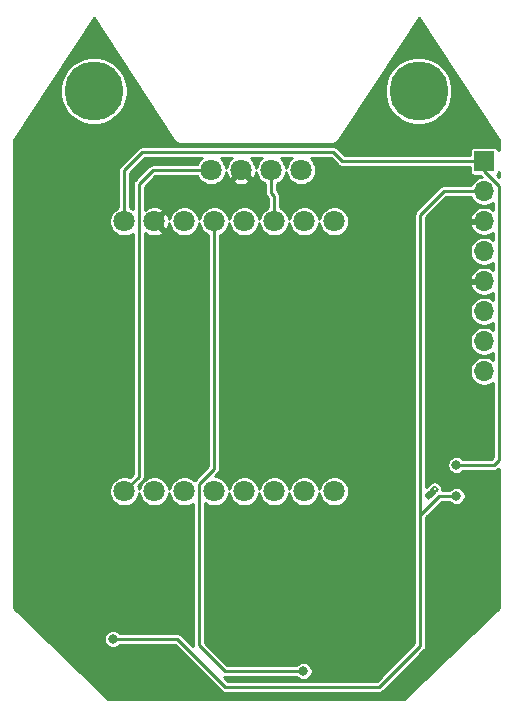
<source format=gbr>
G04 #@! TF.GenerationSoftware,KiCad,Pcbnew,5.1.5+dfsg1-2build2*
G04 #@! TF.CreationDate,2021-10-07T21:38:51-07:00*
G04 #@! TF.ProjectId,Nugget-PCB,4e756767-6574-42d5-9043-422e6b696361,rev?*
G04 #@! TF.SameCoordinates,Original*
G04 #@! TF.FileFunction,Copper,L2,Bot*
G04 #@! TF.FilePolarity,Positive*
%FSLAX46Y46*%
G04 Gerber Fmt 4.6, Leading zero omitted, Abs format (unit mm)*
G04 Created by KiCad (PCBNEW 5.1.5+dfsg1-2build2) date 2021-10-07 21:38:51*
%MOMM*%
%LPD*%
G04 APERTURE LIST*
%ADD10C,0.010000*%
%ADD11C,1.800000*%
%ADD12O,1.700000X1.700000*%
%ADD13R,1.700000X1.700000*%
%ADD14C,5.000000*%
%ADD15C,0.800000*%
%ADD16C,0.250000*%
%ADD17C,0.254000*%
G04 APERTURE END LIST*
D10*
G36*
X14500354Y-10004799D02*
G01*
X14507548Y-10010006D01*
X14529395Y-10043161D01*
X14529267Y-10061416D01*
X14538087Y-10088014D01*
X14570102Y-10130912D01*
X14615969Y-10180842D01*
X14666344Y-10228533D01*
X14711883Y-10264714D01*
X14743240Y-10280118D01*
X14748743Y-10279151D01*
X14777049Y-10282661D01*
X14797540Y-10300042D01*
X14808905Y-10322345D01*
X14800925Y-10348177D01*
X14768796Y-10386182D01*
X14727087Y-10426809D01*
X14641458Y-10493502D01*
X14567750Y-10521054D01*
X14507009Y-10509290D01*
X14467424Y-10469899D01*
X14447585Y-10421444D01*
X14448034Y-10385233D01*
X14448549Y-10370731D01*
X14520333Y-10370731D01*
X14533552Y-10419004D01*
X14567205Y-10434828D01*
X14612283Y-10416172D01*
X14633641Y-10396269D01*
X14656368Y-10365177D01*
X14648819Y-10340923D01*
X14626735Y-10319265D01*
X14590322Y-10294495D01*
X14560976Y-10301345D01*
X14552480Y-10307837D01*
X14525178Y-10347652D01*
X14520333Y-10370731D01*
X14448549Y-10370731D01*
X14448908Y-10360652D01*
X14419916Y-10351252D01*
X14396086Y-10350500D01*
X14331913Y-10334726D01*
X14298009Y-10300441D01*
X14278263Y-10248122D01*
X14282872Y-10224748D01*
X14381033Y-10224748D01*
X14384287Y-10264867D01*
X14412353Y-10286236D01*
X14421138Y-10287000D01*
X14456928Y-10272487D01*
X14485474Y-10248102D01*
X14508692Y-10216278D01*
X14500227Y-10191921D01*
X14481607Y-10173848D01*
X14450331Y-10150915D01*
X14426107Y-10158444D01*
X14404785Y-10180207D01*
X14381033Y-10224748D01*
X14282872Y-10224748D01*
X14289312Y-10192090D01*
X14333503Y-10126406D01*
X14390397Y-10066667D01*
X14442318Y-10019973D01*
X14475875Y-10000847D01*
X14500354Y-10004799D01*
G37*
X14500354Y-10004799D02*
X14507548Y-10010006D01*
X14529395Y-10043161D01*
X14529267Y-10061416D01*
X14538087Y-10088014D01*
X14570102Y-10130912D01*
X14615969Y-10180842D01*
X14666344Y-10228533D01*
X14711883Y-10264714D01*
X14743240Y-10280118D01*
X14748743Y-10279151D01*
X14777049Y-10282661D01*
X14797540Y-10300042D01*
X14808905Y-10322345D01*
X14800925Y-10348177D01*
X14768796Y-10386182D01*
X14727087Y-10426809D01*
X14641458Y-10493502D01*
X14567750Y-10521054D01*
X14507009Y-10509290D01*
X14467424Y-10469899D01*
X14447585Y-10421444D01*
X14448034Y-10385233D01*
X14448549Y-10370731D01*
X14520333Y-10370731D01*
X14533552Y-10419004D01*
X14567205Y-10434828D01*
X14612283Y-10416172D01*
X14633641Y-10396269D01*
X14656368Y-10365177D01*
X14648819Y-10340923D01*
X14626735Y-10319265D01*
X14590322Y-10294495D01*
X14560976Y-10301345D01*
X14552480Y-10307837D01*
X14525178Y-10347652D01*
X14520333Y-10370731D01*
X14448549Y-10370731D01*
X14448908Y-10360652D01*
X14419916Y-10351252D01*
X14396086Y-10350500D01*
X14331913Y-10334726D01*
X14298009Y-10300441D01*
X14278263Y-10248122D01*
X14282872Y-10224748D01*
X14381033Y-10224748D01*
X14384287Y-10264867D01*
X14412353Y-10286236D01*
X14421138Y-10287000D01*
X14456928Y-10272487D01*
X14485474Y-10248102D01*
X14508692Y-10216278D01*
X14500227Y-10191921D01*
X14481607Y-10173848D01*
X14450331Y-10150915D01*
X14426107Y-10158444D01*
X14404785Y-10180207D01*
X14381033Y-10224748D01*
X14282872Y-10224748D01*
X14289312Y-10192090D01*
X14333503Y-10126406D01*
X14390397Y-10066667D01*
X14442318Y-10019973D01*
X14475875Y-10000847D01*
X14500354Y-10004799D01*
G36*
X14964825Y-9831909D02*
G01*
X15032438Y-9900550D01*
X15087219Y-9958877D01*
X15123084Y-10000229D01*
X15134167Y-10017293D01*
X15117203Y-10038254D01*
X15098240Y-10048115D01*
X15071232Y-10045149D01*
X15029928Y-10017696D01*
X14970054Y-9962427D01*
X14914025Y-9904576D01*
X14848357Y-9835808D01*
X14810305Y-9798196D01*
X14799924Y-9791874D01*
X14817270Y-9816980D01*
X14862398Y-9873649D01*
X14935364Y-9962018D01*
X14939388Y-9966844D01*
X15051928Y-10101771D01*
X15005423Y-10151272D01*
X14958919Y-10200774D01*
X14900769Y-10153929D01*
X14853717Y-10115695D01*
X14789051Y-10062747D01*
X14729101Y-10013411D01*
X14681700Y-9974740D01*
X14658769Y-9957784D01*
X14661543Y-9964517D01*
X14691257Y-9996913D01*
X14749145Y-10056944D01*
X14769321Y-10077690D01*
X14840036Y-10152490D01*
X14882992Y-10204041D01*
X14901798Y-10237520D01*
X14900064Y-10258103D01*
X14897379Y-10261321D01*
X14868911Y-10283637D01*
X14859562Y-10287000D01*
X14840677Y-10272880D01*
X14798657Y-10234562D01*
X14739969Y-10178114D01*
X14679652Y-10118239D01*
X14511880Y-9949477D01*
X14562129Y-9895989D01*
X14600365Y-9859978D01*
X14627317Y-9842751D01*
X14629180Y-9842500D01*
X14651294Y-9855519D01*
X14697634Y-9890650D01*
X14760673Y-9942008D01*
X14810699Y-9984455D01*
X14878999Y-10042888D01*
X14921259Y-10077210D01*
X14937174Y-10085938D01*
X14926436Y-10067589D01*
X14888737Y-10020680D01*
X14823773Y-9943727D01*
X14795386Y-9910417D01*
X14681796Y-9777250D01*
X14738640Y-9720406D01*
X14795484Y-9663561D01*
X14964825Y-9831909D01*
G37*
X14964825Y-9831909D02*
X15032438Y-9900550D01*
X15087219Y-9958877D01*
X15123084Y-10000229D01*
X15134167Y-10017293D01*
X15117203Y-10038254D01*
X15098240Y-10048115D01*
X15071232Y-10045149D01*
X15029928Y-10017696D01*
X14970054Y-9962427D01*
X14914025Y-9904576D01*
X14848357Y-9835808D01*
X14810305Y-9798196D01*
X14799924Y-9791874D01*
X14817270Y-9816980D01*
X14862398Y-9873649D01*
X14935364Y-9962018D01*
X14939388Y-9966844D01*
X15051928Y-10101771D01*
X15005423Y-10151272D01*
X14958919Y-10200774D01*
X14900769Y-10153929D01*
X14853717Y-10115695D01*
X14789051Y-10062747D01*
X14729101Y-10013411D01*
X14681700Y-9974740D01*
X14658769Y-9957784D01*
X14661543Y-9964517D01*
X14691257Y-9996913D01*
X14749145Y-10056944D01*
X14769321Y-10077690D01*
X14840036Y-10152490D01*
X14882992Y-10204041D01*
X14901798Y-10237520D01*
X14900064Y-10258103D01*
X14897379Y-10261321D01*
X14868911Y-10283637D01*
X14859562Y-10287000D01*
X14840677Y-10272880D01*
X14798657Y-10234562D01*
X14739969Y-10178114D01*
X14679652Y-10118239D01*
X14511880Y-9949477D01*
X14562129Y-9895989D01*
X14600365Y-9859978D01*
X14627317Y-9842751D01*
X14629180Y-9842500D01*
X14651294Y-9855519D01*
X14697634Y-9890650D01*
X14760673Y-9942008D01*
X14810699Y-9984455D01*
X14878999Y-10042888D01*
X14921259Y-10077210D01*
X14937174Y-10085938D01*
X14926436Y-10067589D01*
X14888737Y-10020680D01*
X14823773Y-9943727D01*
X14795386Y-9910417D01*
X14681796Y-9777250D01*
X14738640Y-9720406D01*
X14795484Y-9663561D01*
X14964825Y-9831909D01*
G36*
X15129017Y-9445804D02*
G01*
X15173344Y-9466785D01*
X15226103Y-9510129D01*
X15262174Y-9545159D01*
X15321141Y-9608476D01*
X15353527Y-9656996D01*
X15366048Y-9702063D01*
X15367000Y-9722189D01*
X15349086Y-9799029D01*
X15302253Y-9858744D01*
X15236863Y-9895834D01*
X15163279Y-9904798D01*
X15091865Y-9880134D01*
X15082213Y-9873370D01*
X15054281Y-9846881D01*
X15060118Y-9823925D01*
X15074240Y-9808689D01*
X15105789Y-9786984D01*
X15140147Y-9795986D01*
X15152725Y-9803450D01*
X15199816Y-9820365D01*
X15234781Y-9808434D01*
X15273204Y-9766542D01*
X15272228Y-9712970D01*
X15231663Y-9646697D01*
X15197667Y-9609667D01*
X15124863Y-9549828D01*
X15065258Y-9529671D01*
X15017828Y-9549005D01*
X14998899Y-9572552D01*
X14987238Y-9617208D01*
X15000835Y-9649727D01*
X15014097Y-9687230D01*
X14992834Y-9719840D01*
X14989367Y-9723036D01*
X14959140Y-9744196D01*
X14938064Y-9731432D01*
X14927062Y-9714939D01*
X14900816Y-9638373D01*
X14910150Y-9562536D01*
X14949368Y-9497567D01*
X15012774Y-9453608D01*
X15081296Y-9440334D01*
X15129017Y-9445804D01*
G37*
X15129017Y-9445804D02*
X15173344Y-9466785D01*
X15226103Y-9510129D01*
X15262174Y-9545159D01*
X15321141Y-9608476D01*
X15353527Y-9656996D01*
X15366048Y-9702063D01*
X15367000Y-9722189D01*
X15349086Y-9799029D01*
X15302253Y-9858744D01*
X15236863Y-9895834D01*
X15163279Y-9904798D01*
X15091865Y-9880134D01*
X15082213Y-9873370D01*
X15054281Y-9846881D01*
X15060118Y-9823925D01*
X15074240Y-9808689D01*
X15105789Y-9786984D01*
X15140147Y-9795986D01*
X15152725Y-9803450D01*
X15199816Y-9820365D01*
X15234781Y-9808434D01*
X15273204Y-9766542D01*
X15272228Y-9712970D01*
X15231663Y-9646697D01*
X15197667Y-9609667D01*
X15124863Y-9549828D01*
X15065258Y-9529671D01*
X15017828Y-9549005D01*
X14998899Y-9572552D01*
X14987238Y-9617208D01*
X15000835Y-9649727D01*
X15014097Y-9687230D01*
X14992834Y-9719840D01*
X14989367Y-9723036D01*
X14959140Y-9744196D01*
X14938064Y-9731432D01*
X14927062Y-9714939D01*
X14900816Y-9638373D01*
X14910150Y-9562536D01*
X14949368Y-9497567D01*
X15012774Y-9453608D01*
X15081296Y-9440334D01*
X15129017Y-9445804D01*
G36*
X14500354Y-10004799D02*
G01*
X14507548Y-10010006D01*
X14529395Y-10043161D01*
X14529267Y-10061416D01*
X14538087Y-10088014D01*
X14570102Y-10130912D01*
X14615969Y-10180842D01*
X14666344Y-10228533D01*
X14711883Y-10264714D01*
X14743240Y-10280118D01*
X14748743Y-10279151D01*
X14777049Y-10282661D01*
X14797540Y-10300042D01*
X14808905Y-10322345D01*
X14800925Y-10348177D01*
X14768796Y-10386182D01*
X14727087Y-10426809D01*
X14641458Y-10493502D01*
X14567750Y-10521054D01*
X14507009Y-10509290D01*
X14467424Y-10469899D01*
X14447585Y-10421444D01*
X14448034Y-10385233D01*
X14448549Y-10370731D01*
X14520333Y-10370731D01*
X14533552Y-10419004D01*
X14567205Y-10434828D01*
X14612283Y-10416172D01*
X14633641Y-10396269D01*
X14656368Y-10365177D01*
X14648819Y-10340923D01*
X14626735Y-10319265D01*
X14590322Y-10294495D01*
X14560976Y-10301345D01*
X14552480Y-10307837D01*
X14525178Y-10347652D01*
X14520333Y-10370731D01*
X14448549Y-10370731D01*
X14448908Y-10360652D01*
X14419916Y-10351252D01*
X14396086Y-10350500D01*
X14331913Y-10334726D01*
X14298009Y-10300441D01*
X14278263Y-10248122D01*
X14282872Y-10224748D01*
X14381033Y-10224748D01*
X14384287Y-10264867D01*
X14412353Y-10286236D01*
X14421138Y-10287000D01*
X14456928Y-10272487D01*
X14485474Y-10248102D01*
X14508692Y-10216278D01*
X14500227Y-10191921D01*
X14481607Y-10173848D01*
X14450331Y-10150915D01*
X14426107Y-10158444D01*
X14404785Y-10180207D01*
X14381033Y-10224748D01*
X14282872Y-10224748D01*
X14289312Y-10192090D01*
X14333503Y-10126406D01*
X14390397Y-10066667D01*
X14442318Y-10019973D01*
X14475875Y-10000847D01*
X14500354Y-10004799D01*
G37*
X14500354Y-10004799D02*
X14507548Y-10010006D01*
X14529395Y-10043161D01*
X14529267Y-10061416D01*
X14538087Y-10088014D01*
X14570102Y-10130912D01*
X14615969Y-10180842D01*
X14666344Y-10228533D01*
X14711883Y-10264714D01*
X14743240Y-10280118D01*
X14748743Y-10279151D01*
X14777049Y-10282661D01*
X14797540Y-10300042D01*
X14808905Y-10322345D01*
X14800925Y-10348177D01*
X14768796Y-10386182D01*
X14727087Y-10426809D01*
X14641458Y-10493502D01*
X14567750Y-10521054D01*
X14507009Y-10509290D01*
X14467424Y-10469899D01*
X14447585Y-10421444D01*
X14448034Y-10385233D01*
X14448549Y-10370731D01*
X14520333Y-10370731D01*
X14533552Y-10419004D01*
X14567205Y-10434828D01*
X14612283Y-10416172D01*
X14633641Y-10396269D01*
X14656368Y-10365177D01*
X14648819Y-10340923D01*
X14626735Y-10319265D01*
X14590322Y-10294495D01*
X14560976Y-10301345D01*
X14552480Y-10307837D01*
X14525178Y-10347652D01*
X14520333Y-10370731D01*
X14448549Y-10370731D01*
X14448908Y-10360652D01*
X14419916Y-10351252D01*
X14396086Y-10350500D01*
X14331913Y-10334726D01*
X14298009Y-10300441D01*
X14278263Y-10248122D01*
X14282872Y-10224748D01*
X14381033Y-10224748D01*
X14384287Y-10264867D01*
X14412353Y-10286236D01*
X14421138Y-10287000D01*
X14456928Y-10272487D01*
X14485474Y-10248102D01*
X14508692Y-10216278D01*
X14500227Y-10191921D01*
X14481607Y-10173848D01*
X14450331Y-10150915D01*
X14426107Y-10158444D01*
X14404785Y-10180207D01*
X14381033Y-10224748D01*
X14282872Y-10224748D01*
X14289312Y-10192090D01*
X14333503Y-10126406D01*
X14390397Y-10066667D01*
X14442318Y-10019973D01*
X14475875Y-10000847D01*
X14500354Y-10004799D01*
G36*
X14964825Y-9831909D02*
G01*
X15032438Y-9900550D01*
X15087219Y-9958877D01*
X15123084Y-10000229D01*
X15134167Y-10017293D01*
X15117203Y-10038254D01*
X15098240Y-10048115D01*
X15071232Y-10045149D01*
X15029928Y-10017696D01*
X14970054Y-9962427D01*
X14914025Y-9904576D01*
X14848357Y-9835808D01*
X14810305Y-9798196D01*
X14799924Y-9791874D01*
X14817270Y-9816980D01*
X14862398Y-9873649D01*
X14935364Y-9962018D01*
X14939388Y-9966844D01*
X15051928Y-10101771D01*
X15005423Y-10151272D01*
X14958919Y-10200774D01*
X14900769Y-10153929D01*
X14853717Y-10115695D01*
X14789051Y-10062747D01*
X14729101Y-10013411D01*
X14681700Y-9974740D01*
X14658769Y-9957784D01*
X14661543Y-9964517D01*
X14691257Y-9996913D01*
X14749145Y-10056944D01*
X14769321Y-10077690D01*
X14840036Y-10152490D01*
X14882992Y-10204041D01*
X14901798Y-10237520D01*
X14900064Y-10258103D01*
X14897379Y-10261321D01*
X14868911Y-10283637D01*
X14859562Y-10287000D01*
X14840677Y-10272880D01*
X14798657Y-10234562D01*
X14739969Y-10178114D01*
X14679652Y-10118239D01*
X14511880Y-9949477D01*
X14562129Y-9895989D01*
X14600365Y-9859978D01*
X14627317Y-9842751D01*
X14629180Y-9842500D01*
X14651294Y-9855519D01*
X14697634Y-9890650D01*
X14760673Y-9942008D01*
X14810699Y-9984455D01*
X14878999Y-10042888D01*
X14921259Y-10077210D01*
X14937174Y-10085938D01*
X14926436Y-10067589D01*
X14888737Y-10020680D01*
X14823773Y-9943727D01*
X14795386Y-9910417D01*
X14681796Y-9777250D01*
X14738640Y-9720406D01*
X14795484Y-9663561D01*
X14964825Y-9831909D01*
G37*
X14964825Y-9831909D02*
X15032438Y-9900550D01*
X15087219Y-9958877D01*
X15123084Y-10000229D01*
X15134167Y-10017293D01*
X15117203Y-10038254D01*
X15098240Y-10048115D01*
X15071232Y-10045149D01*
X15029928Y-10017696D01*
X14970054Y-9962427D01*
X14914025Y-9904576D01*
X14848357Y-9835808D01*
X14810305Y-9798196D01*
X14799924Y-9791874D01*
X14817270Y-9816980D01*
X14862398Y-9873649D01*
X14935364Y-9962018D01*
X14939388Y-9966844D01*
X15051928Y-10101771D01*
X15005423Y-10151272D01*
X14958919Y-10200774D01*
X14900769Y-10153929D01*
X14853717Y-10115695D01*
X14789051Y-10062747D01*
X14729101Y-10013411D01*
X14681700Y-9974740D01*
X14658769Y-9957784D01*
X14661543Y-9964517D01*
X14691257Y-9996913D01*
X14749145Y-10056944D01*
X14769321Y-10077690D01*
X14840036Y-10152490D01*
X14882992Y-10204041D01*
X14901798Y-10237520D01*
X14900064Y-10258103D01*
X14897379Y-10261321D01*
X14868911Y-10283637D01*
X14859562Y-10287000D01*
X14840677Y-10272880D01*
X14798657Y-10234562D01*
X14739969Y-10178114D01*
X14679652Y-10118239D01*
X14511880Y-9949477D01*
X14562129Y-9895989D01*
X14600365Y-9859978D01*
X14627317Y-9842751D01*
X14629180Y-9842500D01*
X14651294Y-9855519D01*
X14697634Y-9890650D01*
X14760673Y-9942008D01*
X14810699Y-9984455D01*
X14878999Y-10042888D01*
X14921259Y-10077210D01*
X14937174Y-10085938D01*
X14926436Y-10067589D01*
X14888737Y-10020680D01*
X14823773Y-9943727D01*
X14795386Y-9910417D01*
X14681796Y-9777250D01*
X14738640Y-9720406D01*
X14795484Y-9663561D01*
X14964825Y-9831909D01*
G36*
X15129017Y-9445804D02*
G01*
X15173344Y-9466785D01*
X15226103Y-9510129D01*
X15262174Y-9545159D01*
X15321141Y-9608476D01*
X15353527Y-9656996D01*
X15366048Y-9702063D01*
X15367000Y-9722189D01*
X15349086Y-9799029D01*
X15302253Y-9858744D01*
X15236863Y-9895834D01*
X15163279Y-9904798D01*
X15091865Y-9880134D01*
X15082213Y-9873370D01*
X15054281Y-9846881D01*
X15060118Y-9823925D01*
X15074240Y-9808689D01*
X15105789Y-9786984D01*
X15140147Y-9795986D01*
X15152725Y-9803450D01*
X15199816Y-9820365D01*
X15234781Y-9808434D01*
X15273204Y-9766542D01*
X15272228Y-9712970D01*
X15231663Y-9646697D01*
X15197667Y-9609667D01*
X15124863Y-9549828D01*
X15065258Y-9529671D01*
X15017828Y-9549005D01*
X14998899Y-9572552D01*
X14987238Y-9617208D01*
X15000835Y-9649727D01*
X15014097Y-9687230D01*
X14992834Y-9719840D01*
X14989367Y-9723036D01*
X14959140Y-9744196D01*
X14938064Y-9731432D01*
X14927062Y-9714939D01*
X14900816Y-9638373D01*
X14910150Y-9562536D01*
X14949368Y-9497567D01*
X15012774Y-9453608D01*
X15081296Y-9440334D01*
X15129017Y-9445804D01*
G37*
X15129017Y-9445804D02*
X15173344Y-9466785D01*
X15226103Y-9510129D01*
X15262174Y-9545159D01*
X15321141Y-9608476D01*
X15353527Y-9656996D01*
X15366048Y-9702063D01*
X15367000Y-9722189D01*
X15349086Y-9799029D01*
X15302253Y-9858744D01*
X15236863Y-9895834D01*
X15163279Y-9904798D01*
X15091865Y-9880134D01*
X15082213Y-9873370D01*
X15054281Y-9846881D01*
X15060118Y-9823925D01*
X15074240Y-9808689D01*
X15105789Y-9786984D01*
X15140147Y-9795986D01*
X15152725Y-9803450D01*
X15199816Y-9820365D01*
X15234781Y-9808434D01*
X15273204Y-9766542D01*
X15272228Y-9712970D01*
X15231663Y-9646697D01*
X15197667Y-9609667D01*
X15124863Y-9549828D01*
X15065258Y-9529671D01*
X15017828Y-9549005D01*
X14998899Y-9572552D01*
X14987238Y-9617208D01*
X15000835Y-9649727D01*
X15014097Y-9687230D01*
X14992834Y-9719840D01*
X14989367Y-9723036D01*
X14959140Y-9744196D01*
X14938064Y-9731432D01*
X14927062Y-9714939D01*
X14900816Y-9638373D01*
X14910150Y-9562536D01*
X14949368Y-9497567D01*
X15012774Y-9453608D01*
X15081296Y-9440334D01*
X15129017Y-9445804D01*
D11*
X6604000Y12954000D03*
X6604000Y-9906000D03*
X4064000Y12954000D03*
X4064000Y-9906000D03*
X1524000Y12954000D03*
X1524000Y-9906000D03*
X-1016000Y12954000D03*
X-1016000Y-9906000D03*
X-3556000Y12954000D03*
X-3556000Y-9906000D03*
X-6096000Y12954000D03*
X-6096000Y-9906000D03*
X-8636000Y12954000D03*
X-8636000Y-9906000D03*
X-11176000Y12954000D03*
X-11176000Y-9906000D03*
X-3810000Y17290000D03*
X-1270000Y17290000D03*
X1270000Y17290000D03*
X3810000Y17290000D03*
D12*
X19304000Y254000D03*
X19304000Y2794000D03*
X19304000Y5334000D03*
X19304000Y7874000D03*
X19304000Y10414000D03*
X19304000Y12954000D03*
X19304000Y15494000D03*
D13*
X19304000Y18034000D03*
D14*
X13750000Y24000000D03*
X-13750000Y24000000D03*
D15*
X16954500Y-10287000D03*
X-12128500Y-22415500D03*
X4000500Y-25146000D03*
X16954500Y-7683500D03*
D16*
X1270000Y17290000D02*
X1270000Y15367000D01*
X1524000Y15113000D02*
X1524000Y12954000D01*
X1270000Y15367000D02*
X1524000Y15113000D01*
X-9950999Y-8680999D02*
X-9950999Y16084001D01*
X-11176000Y-9906000D02*
X-9950999Y-8680999D01*
X-8745000Y17290000D02*
X-3810000Y17290000D01*
X-9950999Y16084001D02*
X-8745000Y17290000D01*
X-12128500Y-22415500D02*
X-6667500Y-22415500D01*
X-6667500Y-22415500D02*
X-2603500Y-26479500D01*
X-2603500Y-26479500D02*
X10414000Y-26479500D01*
X10414000Y-26479500D02*
X13906500Y-22987000D01*
X15875000Y15494000D02*
X19304000Y15494000D01*
X13906500Y13525500D02*
X15875000Y15494000D01*
X13906500Y-13525500D02*
X13906500Y-11874500D01*
X13906500Y-22987000D02*
X13906500Y-13525500D01*
X13906500Y-13525500D02*
X13906500Y13525500D01*
X15494000Y-10287000D02*
X16954500Y-10287000D01*
X13906500Y-11874500D02*
X15494000Y-10287000D01*
X-3556000Y12954000D02*
X-3556000Y-5334000D01*
X-3556000Y-5334000D02*
X-3556000Y-8001000D01*
X-4870999Y-9315999D02*
X-4870999Y-22942001D01*
X-3556000Y-8001000D02*
X-4870999Y-9315999D01*
X-4870999Y-22942001D02*
X-2667000Y-25146000D01*
X-2667000Y-25146000D02*
X4000500Y-25146000D01*
X4000500Y-25146000D02*
X4000500Y-25146000D01*
X19304000Y17208500D02*
X20574990Y15937510D01*
X19304000Y18034000D02*
X19304000Y17208500D01*
X20574990Y15937510D02*
X20574990Y-7238010D01*
X20129500Y-7683500D02*
X16954500Y-7683500D01*
X20574990Y-7238010D02*
X20129500Y-7683500D01*
X19304000Y18034000D02*
X7302500Y18034000D01*
X7302500Y18034000D02*
X6540500Y18796000D01*
X6540500Y18796000D02*
X-9652000Y18796000D01*
X-11176000Y17272000D02*
X-11176000Y12954000D01*
X-9652000Y18796000D02*
X-11176000Y17272000D01*
D17*
G36*
X20523000Y19856945D02*
G01*
X20523000Y18966295D01*
X20503988Y19028970D01*
X20468981Y19094463D01*
X20421869Y19151869D01*
X20364463Y19198981D01*
X20298970Y19233988D01*
X20227905Y19255545D01*
X20154000Y19262824D01*
X18454000Y19262824D01*
X18380095Y19255545D01*
X18309030Y19233988D01*
X18243537Y19198981D01*
X18186131Y19151869D01*
X18139019Y19094463D01*
X18104012Y19028970D01*
X18082455Y18957905D01*
X18075176Y18884000D01*
X18075176Y18536000D01*
X7510436Y18536000D01*
X6912901Y19133533D01*
X6897184Y19152684D01*
X6820745Y19215417D01*
X6733536Y19262031D01*
X6638909Y19290736D01*
X6565153Y19298000D01*
X6565143Y19298000D01*
X6540500Y19300427D01*
X6515857Y19298000D01*
X-9627358Y19298000D01*
X-9652001Y19300427D01*
X-9676644Y19298000D01*
X-9676653Y19298000D01*
X-9750409Y19290736D01*
X-9845036Y19262031D01*
X-9932245Y19215417D01*
X-10008684Y19152684D01*
X-10024397Y19133538D01*
X-11513533Y17644401D01*
X-11532684Y17628684D01*
X-11595417Y17552245D01*
X-11642031Y17465035D01*
X-11670736Y17370408D01*
X-11678000Y17296652D01*
X-11678000Y17296643D01*
X-11680427Y17272000D01*
X-11678000Y17247357D01*
X-11677999Y14128280D01*
X-11780886Y14085663D01*
X-11990040Y13945911D01*
X-12167911Y13768040D01*
X-12307663Y13558886D01*
X-12403926Y13326487D01*
X-12453000Y13079774D01*
X-12453000Y12828226D01*
X-12403926Y12581513D01*
X-12307663Y12349114D01*
X-12167911Y12139960D01*
X-11990040Y11962089D01*
X-11780886Y11822337D01*
X-11548487Y11726074D01*
X-11301774Y11677000D01*
X-11050226Y11677000D01*
X-10803513Y11726074D01*
X-10571114Y11822337D01*
X-10452998Y11901259D01*
X-10452999Y-8473064D01*
X-10700626Y-8720691D01*
X-10803513Y-8678074D01*
X-11050226Y-8629000D01*
X-11301774Y-8629000D01*
X-11548487Y-8678074D01*
X-11780886Y-8774337D01*
X-11990040Y-8914089D01*
X-12167911Y-9091960D01*
X-12307663Y-9301114D01*
X-12403926Y-9533513D01*
X-12453000Y-9780226D01*
X-12453000Y-10031774D01*
X-12403926Y-10278487D01*
X-12307663Y-10510886D01*
X-12167911Y-10720040D01*
X-11990040Y-10897911D01*
X-11780886Y-11037663D01*
X-11548487Y-11133926D01*
X-11301774Y-11183000D01*
X-11050226Y-11183000D01*
X-10803513Y-11133926D01*
X-10571114Y-11037663D01*
X-10361960Y-10897911D01*
X-10184089Y-10720040D01*
X-10044337Y-10510886D01*
X-9948074Y-10278487D01*
X-9906000Y-10066966D01*
X-9863926Y-10278487D01*
X-9767663Y-10510886D01*
X-9627911Y-10720040D01*
X-9450040Y-10897911D01*
X-9240886Y-11037663D01*
X-9008487Y-11133926D01*
X-8761774Y-11183000D01*
X-8510226Y-11183000D01*
X-8263513Y-11133926D01*
X-8031114Y-11037663D01*
X-7821960Y-10897911D01*
X-7644089Y-10720040D01*
X-7504337Y-10510886D01*
X-7408074Y-10278487D01*
X-7366000Y-10066966D01*
X-7323926Y-10278487D01*
X-7227663Y-10510886D01*
X-7087911Y-10720040D01*
X-6910040Y-10897911D01*
X-6700886Y-11037663D01*
X-6468487Y-11133926D01*
X-6221774Y-11183000D01*
X-5970226Y-11183000D01*
X-5723513Y-11133926D01*
X-5491114Y-11037663D01*
X-5372999Y-10958741D01*
X-5372998Y-22917348D01*
X-5375426Y-22942001D01*
X-5369348Y-23003718D01*
X-6295098Y-22077968D01*
X-6310816Y-22058816D01*
X-6387255Y-21996083D01*
X-6474464Y-21949469D01*
X-6569091Y-21920764D01*
X-6642847Y-21913500D01*
X-6642857Y-21913500D01*
X-6667500Y-21911073D01*
X-6692143Y-21913500D01*
X-11531655Y-21913500D01*
X-11633191Y-21811964D01*
X-11760452Y-21726931D01*
X-11901857Y-21668359D01*
X-12051972Y-21638500D01*
X-12205028Y-21638500D01*
X-12355143Y-21668359D01*
X-12496548Y-21726931D01*
X-12623809Y-21811964D01*
X-12732036Y-21920191D01*
X-12817069Y-22047452D01*
X-12875641Y-22188857D01*
X-12905500Y-22338972D01*
X-12905500Y-22492028D01*
X-12875641Y-22642143D01*
X-12817069Y-22783548D01*
X-12732036Y-22910809D01*
X-12623809Y-23019036D01*
X-12496548Y-23104069D01*
X-12355143Y-23162641D01*
X-12205028Y-23192500D01*
X-12051972Y-23192500D01*
X-11901857Y-23162641D01*
X-11760452Y-23104069D01*
X-11633191Y-23019036D01*
X-11531655Y-22917500D01*
X-6875434Y-22917500D01*
X-2975897Y-26817038D01*
X-2960184Y-26836184D01*
X-2883745Y-26898917D01*
X-2796536Y-26945531D01*
X-2701909Y-26974236D01*
X-2628153Y-26981500D01*
X-2628143Y-26981500D01*
X-2603500Y-26983927D01*
X-2578857Y-26981500D01*
X10389357Y-26981500D01*
X10414000Y-26983927D01*
X10438643Y-26981500D01*
X10438653Y-26981500D01*
X10512409Y-26974236D01*
X10607036Y-26945531D01*
X10694245Y-26898917D01*
X10770684Y-26836184D01*
X10786401Y-26817033D01*
X14244043Y-23359393D01*
X14263184Y-23343684D01*
X14278892Y-23324544D01*
X14278900Y-23324536D01*
X14325916Y-23267246D01*
X14349969Y-23222246D01*
X14372531Y-23180036D01*
X14401236Y-23085409D01*
X14408500Y-23011653D01*
X14408500Y-23011643D01*
X14410927Y-22987000D01*
X14408500Y-22962357D01*
X14408500Y-12082434D01*
X15701935Y-10789000D01*
X16357655Y-10789000D01*
X16459191Y-10890536D01*
X16586452Y-10975569D01*
X16727857Y-11034141D01*
X16877972Y-11064000D01*
X17031028Y-11064000D01*
X17181143Y-11034141D01*
X17322548Y-10975569D01*
X17449809Y-10890536D01*
X17558036Y-10782309D01*
X17643069Y-10655048D01*
X17701641Y-10513643D01*
X17731500Y-10363528D01*
X17731500Y-10210472D01*
X17701641Y-10060357D01*
X17643069Y-9918952D01*
X17558036Y-9791691D01*
X17449809Y-9683464D01*
X17322548Y-9598431D01*
X17181143Y-9539859D01*
X17031028Y-9510000D01*
X16877972Y-9510000D01*
X16727857Y-9539859D01*
X16586452Y-9598431D01*
X16459191Y-9683464D01*
X16357655Y-9785000D01*
X15743686Y-9785000D01*
X15743987Y-9783868D01*
X15745568Y-9759367D01*
X15748785Y-9735008D01*
X15747964Y-9722235D01*
X15748788Y-9709470D01*
X15748573Y-9704140D01*
X15747621Y-9684014D01*
X15747225Y-9681301D01*
X15747324Y-9678563D01*
X15741845Y-9644456D01*
X15736849Y-9610242D01*
X15735933Y-9607657D01*
X15735499Y-9604954D01*
X15734107Y-9599805D01*
X15721586Y-9554738D01*
X15714139Y-9535466D01*
X15708401Y-9515615D01*
X15700734Y-9500775D01*
X15694714Y-9485195D01*
X15683665Y-9467735D01*
X15674182Y-9449380D01*
X15671252Y-9444923D01*
X15638865Y-9396402D01*
X15621046Y-9374649D01*
X15604296Y-9352064D01*
X15600688Y-9348135D01*
X15541721Y-9284818D01*
X15536518Y-9280225D01*
X15532106Y-9274861D01*
X15528305Y-9271119D01*
X15492234Y-9236089D01*
X15481906Y-9227856D01*
X15472692Y-9218379D01*
X15468594Y-9214964D01*
X15415835Y-9171621D01*
X15410069Y-9167760D01*
X15404987Y-9163033D01*
X15379138Y-9147050D01*
X15353886Y-9130142D01*
X15347479Y-9127474D01*
X15341577Y-9123825D01*
X15336771Y-9121509D01*
X15292444Y-9100528D01*
X15271132Y-9092885D01*
X15250473Y-9083627D01*
X15236129Y-9080331D01*
X15222267Y-9075360D01*
X15199875Y-9072002D01*
X15177813Y-9066933D01*
X15172518Y-9066289D01*
X15124798Y-9060819D01*
X15106438Y-9060518D01*
X15088206Y-9058397D01*
X15069265Y-9059909D01*
X15050254Y-9059597D01*
X15032185Y-9062868D01*
X15013890Y-9064328D01*
X15008646Y-9065306D01*
X14940124Y-9078580D01*
X14938296Y-9079124D01*
X14936398Y-9079321D01*
X14902643Y-9089727D01*
X14868664Y-9099833D01*
X14866970Y-9100725D01*
X14865153Y-9101285D01*
X14834051Y-9118054D01*
X14802694Y-9134562D01*
X14801212Y-9135761D01*
X14799531Y-9136667D01*
X14795127Y-9139675D01*
X14731721Y-9183635D01*
X14729301Y-9185690D01*
X14726547Y-9187285D01*
X14700901Y-9209802D01*
X14674889Y-9231888D01*
X14672909Y-9234380D01*
X14670523Y-9236475D01*
X14649746Y-9263534D01*
X14628512Y-9290261D01*
X14627057Y-9293085D01*
X14625120Y-9295607D01*
X14622332Y-9300155D01*
X14600418Y-9336458D01*
X14587429Y-9343191D01*
X14585944Y-9344376D01*
X14584263Y-9345269D01*
X14556842Y-9367608D01*
X14529164Y-9389703D01*
X14526525Y-9392306D01*
X14526463Y-9392357D01*
X14526414Y-9392416D01*
X14525367Y-9393449D01*
X14468526Y-9450291D01*
X14411681Y-9507135D01*
X14408500Y-9511008D01*
X14408500Y13317566D01*
X16082935Y14992000D01*
X18183840Y14992000D01*
X18216647Y14912798D01*
X18350927Y14711833D01*
X18521833Y14540927D01*
X18722798Y14406647D01*
X18840798Y14357769D01*
X18672748Y14298157D01*
X18422645Y14149178D01*
X18206412Y13954269D01*
X18032359Y13720920D01*
X17907175Y13458099D01*
X17862524Y13310890D01*
X17983845Y13081000D01*
X19177000Y13081000D01*
X19177000Y13101000D01*
X19431000Y13101000D01*
X19431000Y13081000D01*
X19451000Y13081000D01*
X19451000Y12827000D01*
X19431000Y12827000D01*
X19431000Y12807000D01*
X19177000Y12807000D01*
X19177000Y12827000D01*
X17983845Y12827000D01*
X17862524Y12597110D01*
X17907175Y12449901D01*
X18032359Y12187080D01*
X18206412Y11953731D01*
X18422645Y11758822D01*
X18672748Y11609843D01*
X18840798Y11550231D01*
X18722798Y11501353D01*
X18521833Y11367073D01*
X18350927Y11196167D01*
X18216647Y10995202D01*
X18124153Y10771903D01*
X18077000Y10534849D01*
X18077000Y10293151D01*
X18124153Y10056097D01*
X18216647Y9832798D01*
X18350927Y9631833D01*
X18521833Y9460927D01*
X18722798Y9326647D01*
X18840798Y9277769D01*
X18672748Y9218157D01*
X18422645Y9069178D01*
X18206412Y8874269D01*
X18032359Y8640920D01*
X17907175Y8378099D01*
X17862524Y8230890D01*
X17983845Y8001000D01*
X19177000Y8001000D01*
X19177000Y8021000D01*
X19431000Y8021000D01*
X19431000Y8001000D01*
X19451000Y8001000D01*
X19451000Y7747000D01*
X19431000Y7747000D01*
X19431000Y7727000D01*
X19177000Y7727000D01*
X19177000Y7747000D01*
X17983845Y7747000D01*
X17862524Y7517110D01*
X17907175Y7369901D01*
X18032359Y7107080D01*
X18206412Y6873731D01*
X18422645Y6678822D01*
X18672748Y6529843D01*
X18840798Y6470231D01*
X18722798Y6421353D01*
X18521833Y6287073D01*
X18350927Y6116167D01*
X18216647Y5915202D01*
X18124153Y5691903D01*
X18077000Y5454849D01*
X18077000Y5213151D01*
X18124153Y4976097D01*
X18216647Y4752798D01*
X18350927Y4551833D01*
X18521833Y4380927D01*
X18722798Y4246647D01*
X18946097Y4154153D01*
X19183151Y4107000D01*
X19424849Y4107000D01*
X19661903Y4154153D01*
X19885202Y4246647D01*
X20072990Y4372123D01*
X20072991Y3755877D01*
X19885202Y3881353D01*
X19661903Y3973847D01*
X19424849Y4021000D01*
X19183151Y4021000D01*
X18946097Y3973847D01*
X18722798Y3881353D01*
X18521833Y3747073D01*
X18350927Y3576167D01*
X18216647Y3375202D01*
X18124153Y3151903D01*
X18077000Y2914849D01*
X18077000Y2673151D01*
X18124153Y2436097D01*
X18216647Y2212798D01*
X18350927Y2011833D01*
X18521833Y1840927D01*
X18722798Y1706647D01*
X18946097Y1614153D01*
X19183151Y1567000D01*
X19424849Y1567000D01*
X19661903Y1614153D01*
X19885202Y1706647D01*
X20072991Y1832123D01*
X20072991Y1215877D01*
X19885202Y1341353D01*
X19661903Y1433847D01*
X19424849Y1481000D01*
X19183151Y1481000D01*
X18946097Y1433847D01*
X18722798Y1341353D01*
X18521833Y1207073D01*
X18350927Y1036167D01*
X18216647Y835202D01*
X18124153Y611903D01*
X18077000Y374849D01*
X18077000Y133151D01*
X18124153Y-103903D01*
X18216647Y-327202D01*
X18350927Y-528167D01*
X18521833Y-699073D01*
X18722798Y-833353D01*
X18946097Y-925847D01*
X19183151Y-973000D01*
X19424849Y-973000D01*
X19661903Y-925847D01*
X19885202Y-833353D01*
X20072991Y-707877D01*
X20072991Y-7030074D01*
X19921566Y-7181500D01*
X17551345Y-7181500D01*
X17449809Y-7079964D01*
X17322548Y-6994931D01*
X17181143Y-6936359D01*
X17031028Y-6906500D01*
X16877972Y-6906500D01*
X16727857Y-6936359D01*
X16586452Y-6994931D01*
X16459191Y-7079964D01*
X16350964Y-7188191D01*
X16265931Y-7315452D01*
X16207359Y-7456857D01*
X16177500Y-7606972D01*
X16177500Y-7760028D01*
X16207359Y-7910143D01*
X16265931Y-8051548D01*
X16350964Y-8178809D01*
X16459191Y-8287036D01*
X16586452Y-8372069D01*
X16727857Y-8430641D01*
X16877972Y-8460500D01*
X17031028Y-8460500D01*
X17181143Y-8430641D01*
X17322548Y-8372069D01*
X17449809Y-8287036D01*
X17551345Y-8185500D01*
X20104857Y-8185500D01*
X20129500Y-8187927D01*
X20154143Y-8185500D01*
X20154153Y-8185500D01*
X20227909Y-8178236D01*
X20322536Y-8149531D01*
X20409745Y-8102917D01*
X20486184Y-8040184D01*
X20501901Y-8021033D01*
X20523001Y-7999933D01*
X20523001Y-19797257D01*
X12507544Y-27523000D01*
X-12507543Y-27523000D01*
X-20523000Y-19797259D01*
X-20523000Y19856946D01*
X-17605591Y24283360D01*
X-16627000Y24283360D01*
X-16627000Y23716640D01*
X-16516439Y23160810D01*
X-16299565Y22637229D01*
X-15984712Y22166019D01*
X-15583981Y21765288D01*
X-15112771Y21450435D01*
X-14589190Y21233561D01*
X-14033360Y21123000D01*
X-13466640Y21123000D01*
X-12910810Y21233561D01*
X-12387229Y21450435D01*
X-11916019Y21765288D01*
X-11515288Y22166019D01*
X-11200435Y22637229D01*
X-10983561Y23160810D01*
X-10873000Y23716640D01*
X-10873000Y24283360D01*
X-10983561Y24839190D01*
X-11200435Y25362771D01*
X-11515288Y25833981D01*
X-11916019Y26234712D01*
X-12387229Y26549565D01*
X-12910810Y26766439D01*
X-13466640Y26877000D01*
X-14033360Y26877000D01*
X-14589190Y26766439D01*
X-15112771Y26549565D01*
X-15583981Y26234712D01*
X-15984712Y25833981D01*
X-16299565Y25362771D01*
X-16516439Y24839190D01*
X-16627000Y24283360D01*
X-17605591Y24283360D01*
X-13750000Y30133222D01*
X-6910336Y19755803D01*
X-6898528Y19733711D01*
X-6869660Y19698536D01*
X-6841052Y19663224D01*
X-6839883Y19662252D01*
X-6838920Y19661079D01*
X-6803784Y19632243D01*
X-6768797Y19603159D01*
X-6767462Y19602435D01*
X-6766288Y19601471D01*
X-6726177Y19580031D01*
X-6686212Y19558344D01*
X-6684762Y19557894D01*
X-6683422Y19557178D01*
X-6639850Y19543961D01*
X-6596471Y19530503D01*
X-6594964Y19530345D01*
X-6593507Y19529903D01*
X-6548167Y19525437D01*
X-6503024Y19520703D01*
X-6478089Y19523000D01*
X6478092Y19523000D01*
X6503024Y19520703D01*
X6548160Y19525436D01*
X6593508Y19529903D01*
X6594965Y19530345D01*
X6596472Y19530503D01*
X6639829Y19543954D01*
X6683423Y19557178D01*
X6684764Y19557895D01*
X6686212Y19558344D01*
X6726111Y19579995D01*
X6766289Y19601471D01*
X6767465Y19602436D01*
X6768797Y19603159D01*
X6803661Y19632142D01*
X6838921Y19661079D01*
X6839888Y19662258D01*
X6841052Y19663225D01*
X6869611Y19698475D01*
X6898529Y19733711D01*
X6910337Y19755803D01*
X9894408Y24283360D01*
X10873000Y24283360D01*
X10873000Y23716640D01*
X10983561Y23160810D01*
X11200435Y22637229D01*
X11515288Y22166019D01*
X11916019Y21765288D01*
X12387229Y21450435D01*
X12910810Y21233561D01*
X13466640Y21123000D01*
X14033360Y21123000D01*
X14589190Y21233561D01*
X15112771Y21450435D01*
X15583981Y21765288D01*
X15984712Y22166019D01*
X16299565Y22637229D01*
X16516439Y23160810D01*
X16627000Y23716640D01*
X16627000Y24283360D01*
X16516439Y24839190D01*
X16299565Y25362771D01*
X15984712Y25833981D01*
X15583981Y26234712D01*
X15112771Y26549565D01*
X14589190Y26766439D01*
X14033360Y26877000D01*
X13466640Y26877000D01*
X12910810Y26766439D01*
X12387229Y26549565D01*
X11916019Y26234712D01*
X11515288Y25833981D01*
X11200435Y25362771D01*
X10983561Y24839190D01*
X10873000Y24283360D01*
X9894408Y24283360D01*
X13750000Y30133222D01*
X20523000Y19856945D01*
G37*
X20523000Y19856945D02*
X20523000Y18966295D01*
X20503988Y19028970D01*
X20468981Y19094463D01*
X20421869Y19151869D01*
X20364463Y19198981D01*
X20298970Y19233988D01*
X20227905Y19255545D01*
X20154000Y19262824D01*
X18454000Y19262824D01*
X18380095Y19255545D01*
X18309030Y19233988D01*
X18243537Y19198981D01*
X18186131Y19151869D01*
X18139019Y19094463D01*
X18104012Y19028970D01*
X18082455Y18957905D01*
X18075176Y18884000D01*
X18075176Y18536000D01*
X7510436Y18536000D01*
X6912901Y19133533D01*
X6897184Y19152684D01*
X6820745Y19215417D01*
X6733536Y19262031D01*
X6638909Y19290736D01*
X6565153Y19298000D01*
X6565143Y19298000D01*
X6540500Y19300427D01*
X6515857Y19298000D01*
X-9627358Y19298000D01*
X-9652001Y19300427D01*
X-9676644Y19298000D01*
X-9676653Y19298000D01*
X-9750409Y19290736D01*
X-9845036Y19262031D01*
X-9932245Y19215417D01*
X-10008684Y19152684D01*
X-10024397Y19133538D01*
X-11513533Y17644401D01*
X-11532684Y17628684D01*
X-11595417Y17552245D01*
X-11642031Y17465035D01*
X-11670736Y17370408D01*
X-11678000Y17296652D01*
X-11678000Y17296643D01*
X-11680427Y17272000D01*
X-11678000Y17247357D01*
X-11677999Y14128280D01*
X-11780886Y14085663D01*
X-11990040Y13945911D01*
X-12167911Y13768040D01*
X-12307663Y13558886D01*
X-12403926Y13326487D01*
X-12453000Y13079774D01*
X-12453000Y12828226D01*
X-12403926Y12581513D01*
X-12307663Y12349114D01*
X-12167911Y12139960D01*
X-11990040Y11962089D01*
X-11780886Y11822337D01*
X-11548487Y11726074D01*
X-11301774Y11677000D01*
X-11050226Y11677000D01*
X-10803513Y11726074D01*
X-10571114Y11822337D01*
X-10452998Y11901259D01*
X-10452999Y-8473064D01*
X-10700626Y-8720691D01*
X-10803513Y-8678074D01*
X-11050226Y-8629000D01*
X-11301774Y-8629000D01*
X-11548487Y-8678074D01*
X-11780886Y-8774337D01*
X-11990040Y-8914089D01*
X-12167911Y-9091960D01*
X-12307663Y-9301114D01*
X-12403926Y-9533513D01*
X-12453000Y-9780226D01*
X-12453000Y-10031774D01*
X-12403926Y-10278487D01*
X-12307663Y-10510886D01*
X-12167911Y-10720040D01*
X-11990040Y-10897911D01*
X-11780886Y-11037663D01*
X-11548487Y-11133926D01*
X-11301774Y-11183000D01*
X-11050226Y-11183000D01*
X-10803513Y-11133926D01*
X-10571114Y-11037663D01*
X-10361960Y-10897911D01*
X-10184089Y-10720040D01*
X-10044337Y-10510886D01*
X-9948074Y-10278487D01*
X-9906000Y-10066966D01*
X-9863926Y-10278487D01*
X-9767663Y-10510886D01*
X-9627911Y-10720040D01*
X-9450040Y-10897911D01*
X-9240886Y-11037663D01*
X-9008487Y-11133926D01*
X-8761774Y-11183000D01*
X-8510226Y-11183000D01*
X-8263513Y-11133926D01*
X-8031114Y-11037663D01*
X-7821960Y-10897911D01*
X-7644089Y-10720040D01*
X-7504337Y-10510886D01*
X-7408074Y-10278487D01*
X-7366000Y-10066966D01*
X-7323926Y-10278487D01*
X-7227663Y-10510886D01*
X-7087911Y-10720040D01*
X-6910040Y-10897911D01*
X-6700886Y-11037663D01*
X-6468487Y-11133926D01*
X-6221774Y-11183000D01*
X-5970226Y-11183000D01*
X-5723513Y-11133926D01*
X-5491114Y-11037663D01*
X-5372999Y-10958741D01*
X-5372998Y-22917348D01*
X-5375426Y-22942001D01*
X-5369348Y-23003718D01*
X-6295098Y-22077968D01*
X-6310816Y-22058816D01*
X-6387255Y-21996083D01*
X-6474464Y-21949469D01*
X-6569091Y-21920764D01*
X-6642847Y-21913500D01*
X-6642857Y-21913500D01*
X-6667500Y-21911073D01*
X-6692143Y-21913500D01*
X-11531655Y-21913500D01*
X-11633191Y-21811964D01*
X-11760452Y-21726931D01*
X-11901857Y-21668359D01*
X-12051972Y-21638500D01*
X-12205028Y-21638500D01*
X-12355143Y-21668359D01*
X-12496548Y-21726931D01*
X-12623809Y-21811964D01*
X-12732036Y-21920191D01*
X-12817069Y-22047452D01*
X-12875641Y-22188857D01*
X-12905500Y-22338972D01*
X-12905500Y-22492028D01*
X-12875641Y-22642143D01*
X-12817069Y-22783548D01*
X-12732036Y-22910809D01*
X-12623809Y-23019036D01*
X-12496548Y-23104069D01*
X-12355143Y-23162641D01*
X-12205028Y-23192500D01*
X-12051972Y-23192500D01*
X-11901857Y-23162641D01*
X-11760452Y-23104069D01*
X-11633191Y-23019036D01*
X-11531655Y-22917500D01*
X-6875434Y-22917500D01*
X-2975897Y-26817038D01*
X-2960184Y-26836184D01*
X-2883745Y-26898917D01*
X-2796536Y-26945531D01*
X-2701909Y-26974236D01*
X-2628153Y-26981500D01*
X-2628143Y-26981500D01*
X-2603500Y-26983927D01*
X-2578857Y-26981500D01*
X10389357Y-26981500D01*
X10414000Y-26983927D01*
X10438643Y-26981500D01*
X10438653Y-26981500D01*
X10512409Y-26974236D01*
X10607036Y-26945531D01*
X10694245Y-26898917D01*
X10770684Y-26836184D01*
X10786401Y-26817033D01*
X14244043Y-23359393D01*
X14263184Y-23343684D01*
X14278892Y-23324544D01*
X14278900Y-23324536D01*
X14325916Y-23267246D01*
X14349969Y-23222246D01*
X14372531Y-23180036D01*
X14401236Y-23085409D01*
X14408500Y-23011653D01*
X14408500Y-23011643D01*
X14410927Y-22987000D01*
X14408500Y-22962357D01*
X14408500Y-12082434D01*
X15701935Y-10789000D01*
X16357655Y-10789000D01*
X16459191Y-10890536D01*
X16586452Y-10975569D01*
X16727857Y-11034141D01*
X16877972Y-11064000D01*
X17031028Y-11064000D01*
X17181143Y-11034141D01*
X17322548Y-10975569D01*
X17449809Y-10890536D01*
X17558036Y-10782309D01*
X17643069Y-10655048D01*
X17701641Y-10513643D01*
X17731500Y-10363528D01*
X17731500Y-10210472D01*
X17701641Y-10060357D01*
X17643069Y-9918952D01*
X17558036Y-9791691D01*
X17449809Y-9683464D01*
X17322548Y-9598431D01*
X17181143Y-9539859D01*
X17031028Y-9510000D01*
X16877972Y-9510000D01*
X16727857Y-9539859D01*
X16586452Y-9598431D01*
X16459191Y-9683464D01*
X16357655Y-9785000D01*
X15743686Y-9785000D01*
X15743987Y-9783868D01*
X15745568Y-9759367D01*
X15748785Y-9735008D01*
X15747964Y-9722235D01*
X15748788Y-9709470D01*
X15748573Y-9704140D01*
X15747621Y-9684014D01*
X15747225Y-9681301D01*
X15747324Y-9678563D01*
X15741845Y-9644456D01*
X15736849Y-9610242D01*
X15735933Y-9607657D01*
X15735499Y-9604954D01*
X15734107Y-9599805D01*
X15721586Y-9554738D01*
X15714139Y-9535466D01*
X15708401Y-9515615D01*
X15700734Y-9500775D01*
X15694714Y-9485195D01*
X15683665Y-9467735D01*
X15674182Y-9449380D01*
X15671252Y-9444923D01*
X15638865Y-9396402D01*
X15621046Y-9374649D01*
X15604296Y-9352064D01*
X15600688Y-9348135D01*
X15541721Y-9284818D01*
X15536518Y-9280225D01*
X15532106Y-9274861D01*
X15528305Y-9271119D01*
X15492234Y-9236089D01*
X15481906Y-9227856D01*
X15472692Y-9218379D01*
X15468594Y-9214964D01*
X15415835Y-9171621D01*
X15410069Y-9167760D01*
X15404987Y-9163033D01*
X15379138Y-9147050D01*
X15353886Y-9130142D01*
X15347479Y-9127474D01*
X15341577Y-9123825D01*
X15336771Y-9121509D01*
X15292444Y-9100528D01*
X15271132Y-9092885D01*
X15250473Y-9083627D01*
X15236129Y-9080331D01*
X15222267Y-9075360D01*
X15199875Y-9072002D01*
X15177813Y-9066933D01*
X15172518Y-9066289D01*
X15124798Y-9060819D01*
X15106438Y-9060518D01*
X15088206Y-9058397D01*
X15069265Y-9059909D01*
X15050254Y-9059597D01*
X15032185Y-9062868D01*
X15013890Y-9064328D01*
X15008646Y-9065306D01*
X14940124Y-9078580D01*
X14938296Y-9079124D01*
X14936398Y-9079321D01*
X14902643Y-9089727D01*
X14868664Y-9099833D01*
X14866970Y-9100725D01*
X14865153Y-9101285D01*
X14834051Y-9118054D01*
X14802694Y-9134562D01*
X14801212Y-9135761D01*
X14799531Y-9136667D01*
X14795127Y-9139675D01*
X14731721Y-9183635D01*
X14729301Y-9185690D01*
X14726547Y-9187285D01*
X14700901Y-9209802D01*
X14674889Y-9231888D01*
X14672909Y-9234380D01*
X14670523Y-9236475D01*
X14649746Y-9263534D01*
X14628512Y-9290261D01*
X14627057Y-9293085D01*
X14625120Y-9295607D01*
X14622332Y-9300155D01*
X14600418Y-9336458D01*
X14587429Y-9343191D01*
X14585944Y-9344376D01*
X14584263Y-9345269D01*
X14556842Y-9367608D01*
X14529164Y-9389703D01*
X14526525Y-9392306D01*
X14526463Y-9392357D01*
X14526414Y-9392416D01*
X14525367Y-9393449D01*
X14468526Y-9450291D01*
X14411681Y-9507135D01*
X14408500Y-9511008D01*
X14408500Y13317566D01*
X16082935Y14992000D01*
X18183840Y14992000D01*
X18216647Y14912798D01*
X18350927Y14711833D01*
X18521833Y14540927D01*
X18722798Y14406647D01*
X18840798Y14357769D01*
X18672748Y14298157D01*
X18422645Y14149178D01*
X18206412Y13954269D01*
X18032359Y13720920D01*
X17907175Y13458099D01*
X17862524Y13310890D01*
X17983845Y13081000D01*
X19177000Y13081000D01*
X19177000Y13101000D01*
X19431000Y13101000D01*
X19431000Y13081000D01*
X19451000Y13081000D01*
X19451000Y12827000D01*
X19431000Y12827000D01*
X19431000Y12807000D01*
X19177000Y12807000D01*
X19177000Y12827000D01*
X17983845Y12827000D01*
X17862524Y12597110D01*
X17907175Y12449901D01*
X18032359Y12187080D01*
X18206412Y11953731D01*
X18422645Y11758822D01*
X18672748Y11609843D01*
X18840798Y11550231D01*
X18722798Y11501353D01*
X18521833Y11367073D01*
X18350927Y11196167D01*
X18216647Y10995202D01*
X18124153Y10771903D01*
X18077000Y10534849D01*
X18077000Y10293151D01*
X18124153Y10056097D01*
X18216647Y9832798D01*
X18350927Y9631833D01*
X18521833Y9460927D01*
X18722798Y9326647D01*
X18840798Y9277769D01*
X18672748Y9218157D01*
X18422645Y9069178D01*
X18206412Y8874269D01*
X18032359Y8640920D01*
X17907175Y8378099D01*
X17862524Y8230890D01*
X17983845Y8001000D01*
X19177000Y8001000D01*
X19177000Y8021000D01*
X19431000Y8021000D01*
X19431000Y8001000D01*
X19451000Y8001000D01*
X19451000Y7747000D01*
X19431000Y7747000D01*
X19431000Y7727000D01*
X19177000Y7727000D01*
X19177000Y7747000D01*
X17983845Y7747000D01*
X17862524Y7517110D01*
X17907175Y7369901D01*
X18032359Y7107080D01*
X18206412Y6873731D01*
X18422645Y6678822D01*
X18672748Y6529843D01*
X18840798Y6470231D01*
X18722798Y6421353D01*
X18521833Y6287073D01*
X18350927Y6116167D01*
X18216647Y5915202D01*
X18124153Y5691903D01*
X18077000Y5454849D01*
X18077000Y5213151D01*
X18124153Y4976097D01*
X18216647Y4752798D01*
X18350927Y4551833D01*
X18521833Y4380927D01*
X18722798Y4246647D01*
X18946097Y4154153D01*
X19183151Y4107000D01*
X19424849Y4107000D01*
X19661903Y4154153D01*
X19885202Y4246647D01*
X20072990Y4372123D01*
X20072991Y3755877D01*
X19885202Y3881353D01*
X19661903Y3973847D01*
X19424849Y4021000D01*
X19183151Y4021000D01*
X18946097Y3973847D01*
X18722798Y3881353D01*
X18521833Y3747073D01*
X18350927Y3576167D01*
X18216647Y3375202D01*
X18124153Y3151903D01*
X18077000Y2914849D01*
X18077000Y2673151D01*
X18124153Y2436097D01*
X18216647Y2212798D01*
X18350927Y2011833D01*
X18521833Y1840927D01*
X18722798Y1706647D01*
X18946097Y1614153D01*
X19183151Y1567000D01*
X19424849Y1567000D01*
X19661903Y1614153D01*
X19885202Y1706647D01*
X20072991Y1832123D01*
X20072991Y1215877D01*
X19885202Y1341353D01*
X19661903Y1433847D01*
X19424849Y1481000D01*
X19183151Y1481000D01*
X18946097Y1433847D01*
X18722798Y1341353D01*
X18521833Y1207073D01*
X18350927Y1036167D01*
X18216647Y835202D01*
X18124153Y611903D01*
X18077000Y374849D01*
X18077000Y133151D01*
X18124153Y-103903D01*
X18216647Y-327202D01*
X18350927Y-528167D01*
X18521833Y-699073D01*
X18722798Y-833353D01*
X18946097Y-925847D01*
X19183151Y-973000D01*
X19424849Y-973000D01*
X19661903Y-925847D01*
X19885202Y-833353D01*
X20072991Y-707877D01*
X20072991Y-7030074D01*
X19921566Y-7181500D01*
X17551345Y-7181500D01*
X17449809Y-7079964D01*
X17322548Y-6994931D01*
X17181143Y-6936359D01*
X17031028Y-6906500D01*
X16877972Y-6906500D01*
X16727857Y-6936359D01*
X16586452Y-6994931D01*
X16459191Y-7079964D01*
X16350964Y-7188191D01*
X16265931Y-7315452D01*
X16207359Y-7456857D01*
X16177500Y-7606972D01*
X16177500Y-7760028D01*
X16207359Y-7910143D01*
X16265931Y-8051548D01*
X16350964Y-8178809D01*
X16459191Y-8287036D01*
X16586452Y-8372069D01*
X16727857Y-8430641D01*
X16877972Y-8460500D01*
X17031028Y-8460500D01*
X17181143Y-8430641D01*
X17322548Y-8372069D01*
X17449809Y-8287036D01*
X17551345Y-8185500D01*
X20104857Y-8185500D01*
X20129500Y-8187927D01*
X20154143Y-8185500D01*
X20154153Y-8185500D01*
X20227909Y-8178236D01*
X20322536Y-8149531D01*
X20409745Y-8102917D01*
X20486184Y-8040184D01*
X20501901Y-8021033D01*
X20523001Y-7999933D01*
X20523001Y-19797257D01*
X12507544Y-27523000D01*
X-12507543Y-27523000D01*
X-20523000Y-19797259D01*
X-20523000Y19856946D01*
X-17605591Y24283360D01*
X-16627000Y24283360D01*
X-16627000Y23716640D01*
X-16516439Y23160810D01*
X-16299565Y22637229D01*
X-15984712Y22166019D01*
X-15583981Y21765288D01*
X-15112771Y21450435D01*
X-14589190Y21233561D01*
X-14033360Y21123000D01*
X-13466640Y21123000D01*
X-12910810Y21233561D01*
X-12387229Y21450435D01*
X-11916019Y21765288D01*
X-11515288Y22166019D01*
X-11200435Y22637229D01*
X-10983561Y23160810D01*
X-10873000Y23716640D01*
X-10873000Y24283360D01*
X-10983561Y24839190D01*
X-11200435Y25362771D01*
X-11515288Y25833981D01*
X-11916019Y26234712D01*
X-12387229Y26549565D01*
X-12910810Y26766439D01*
X-13466640Y26877000D01*
X-14033360Y26877000D01*
X-14589190Y26766439D01*
X-15112771Y26549565D01*
X-15583981Y26234712D01*
X-15984712Y25833981D01*
X-16299565Y25362771D01*
X-16516439Y24839190D01*
X-16627000Y24283360D01*
X-17605591Y24283360D01*
X-13750000Y30133222D01*
X-6910336Y19755803D01*
X-6898528Y19733711D01*
X-6869660Y19698536D01*
X-6841052Y19663224D01*
X-6839883Y19662252D01*
X-6838920Y19661079D01*
X-6803784Y19632243D01*
X-6768797Y19603159D01*
X-6767462Y19602435D01*
X-6766288Y19601471D01*
X-6726177Y19580031D01*
X-6686212Y19558344D01*
X-6684762Y19557894D01*
X-6683422Y19557178D01*
X-6639850Y19543961D01*
X-6596471Y19530503D01*
X-6594964Y19530345D01*
X-6593507Y19529903D01*
X-6548167Y19525437D01*
X-6503024Y19520703D01*
X-6478089Y19523000D01*
X6478092Y19523000D01*
X6503024Y19520703D01*
X6548160Y19525436D01*
X6593508Y19529903D01*
X6594965Y19530345D01*
X6596472Y19530503D01*
X6639829Y19543954D01*
X6683423Y19557178D01*
X6684764Y19557895D01*
X6686212Y19558344D01*
X6726111Y19579995D01*
X6766289Y19601471D01*
X6767465Y19602436D01*
X6768797Y19603159D01*
X6803661Y19632142D01*
X6838921Y19661079D01*
X6839888Y19662258D01*
X6841052Y19663225D01*
X6869611Y19698475D01*
X6898529Y19733711D01*
X6910337Y19755803D01*
X9894408Y24283360D01*
X10873000Y24283360D01*
X10873000Y23716640D01*
X10983561Y23160810D01*
X11200435Y22637229D01*
X11515288Y22166019D01*
X11916019Y21765288D01*
X12387229Y21450435D01*
X12910810Y21233561D01*
X13466640Y21123000D01*
X14033360Y21123000D01*
X14589190Y21233561D01*
X15112771Y21450435D01*
X15583981Y21765288D01*
X15984712Y22166019D01*
X16299565Y22637229D01*
X16516439Y23160810D01*
X16627000Y23716640D01*
X16627000Y24283360D01*
X16516439Y24839190D01*
X16299565Y25362771D01*
X15984712Y25833981D01*
X15583981Y26234712D01*
X15112771Y26549565D01*
X14589190Y26766439D01*
X14033360Y26877000D01*
X13466640Y26877000D01*
X12910810Y26766439D01*
X12387229Y26549565D01*
X11916019Y26234712D01*
X11515288Y25833981D01*
X11200435Y25362771D01*
X10983561Y24839190D01*
X10873000Y24283360D01*
X9894408Y24283360D01*
X13750000Y30133222D01*
X20523000Y19856945D01*
G36*
X-1076253Y17304143D02*
G01*
X-1090395Y17290000D01*
X-205920Y16405525D01*
X48261Y16489208D01*
X140667Y16681626D01*
X278089Y16475960D01*
X455960Y16298089D01*
X665114Y16158337D01*
X768001Y16115720D01*
X768001Y15391653D01*
X765573Y15367000D01*
X775265Y15268591D01*
X803970Y15173964D01*
X850584Y15086755D01*
X897601Y15029465D01*
X897604Y15029462D01*
X913317Y15010316D01*
X932463Y14994603D01*
X1022000Y14905066D01*
X1022000Y14128280D01*
X919114Y14085663D01*
X709960Y13945911D01*
X532089Y13768040D01*
X392337Y13558886D01*
X296074Y13326487D01*
X254000Y13114966D01*
X211926Y13326487D01*
X115663Y13558886D01*
X-24089Y13768040D01*
X-201960Y13945911D01*
X-411114Y14085663D01*
X-643513Y14181926D01*
X-890226Y14231000D01*
X-1141774Y14231000D01*
X-1388487Y14181926D01*
X-1620886Y14085663D01*
X-1830040Y13945911D01*
X-2007911Y13768040D01*
X-2147663Y13558886D01*
X-2243926Y13326487D01*
X-2286000Y13114966D01*
X-2328074Y13326487D01*
X-2424337Y13558886D01*
X-2564089Y13768040D01*
X-2741960Y13945911D01*
X-2951114Y14085663D01*
X-3183513Y14181926D01*
X-3430226Y14231000D01*
X-3681774Y14231000D01*
X-3928487Y14181926D01*
X-4160886Y14085663D01*
X-4370040Y13945911D01*
X-4547911Y13768040D01*
X-4687663Y13558886D01*
X-4783926Y13326487D01*
X-4826000Y13114966D01*
X-4868074Y13326487D01*
X-4964337Y13558886D01*
X-5104089Y13768040D01*
X-5281960Y13945911D01*
X-5491114Y14085663D01*
X-5723513Y14181926D01*
X-5970226Y14231000D01*
X-6221774Y14231000D01*
X-6468487Y14181926D01*
X-6700886Y14085663D01*
X-6910040Y13945911D01*
X-7087911Y13768040D01*
X-7223634Y13564917D01*
X-7237778Y13605199D01*
X-7317739Y13754792D01*
X-7571920Y13838475D01*
X-8456395Y12954000D01*
X-7571920Y12069525D01*
X-7317739Y12153208D01*
X-7225333Y12345626D01*
X-7087911Y12139960D01*
X-6910040Y11962089D01*
X-6700886Y11822337D01*
X-6468487Y11726074D01*
X-6221774Y11677000D01*
X-5970226Y11677000D01*
X-5723513Y11726074D01*
X-5491114Y11822337D01*
X-5281960Y11962089D01*
X-5104089Y12139960D01*
X-4964337Y12349114D01*
X-4868074Y12581513D01*
X-4826000Y12793034D01*
X-4783926Y12581513D01*
X-4687663Y12349114D01*
X-4547911Y12139960D01*
X-4370040Y11962089D01*
X-4160886Y11822337D01*
X-4058000Y11779720D01*
X-4057999Y-5309338D01*
X-4058000Y-5309348D01*
X-4057999Y-7793064D01*
X-5208532Y-8943598D01*
X-5227683Y-8959315D01*
X-5231763Y-8964286D01*
X-5281960Y-8914089D01*
X-5491114Y-8774337D01*
X-5723513Y-8678074D01*
X-5970226Y-8629000D01*
X-6221774Y-8629000D01*
X-6468487Y-8678074D01*
X-6700886Y-8774337D01*
X-6910040Y-8914089D01*
X-7087911Y-9091960D01*
X-7227663Y-9301114D01*
X-7323926Y-9533513D01*
X-7366000Y-9745034D01*
X-7408074Y-9533513D01*
X-7504337Y-9301114D01*
X-7644089Y-9091960D01*
X-7821960Y-8914089D01*
X-8031114Y-8774337D01*
X-8263513Y-8678074D01*
X-8510226Y-8629000D01*
X-8761774Y-8629000D01*
X-9008487Y-8678074D01*
X-9240886Y-8774337D01*
X-9450040Y-8914089D01*
X-9627911Y-9091960D01*
X-9767663Y-9301114D01*
X-9863926Y-9533513D01*
X-9906000Y-9745034D01*
X-9948074Y-9533513D01*
X-9990691Y-9430626D01*
X-9613461Y-9053396D01*
X-9594315Y-9037683D01*
X-9531582Y-8961244D01*
X-9484968Y-8874035D01*
X-9456263Y-8779408D01*
X-9448999Y-8705652D01*
X-9448999Y-8705643D01*
X-9446572Y-8681000D01*
X-9448999Y-8656357D01*
X-9448999Y11672817D01*
X-9436792Y11635739D01*
X-9164225Y11504842D01*
X-8871358Y11429635D01*
X-8569447Y11413009D01*
X-8270093Y11455603D01*
X-7984801Y11555778D01*
X-7835208Y11635739D01*
X-7751525Y11889920D01*
X-8636000Y12774395D01*
X-8650143Y12760253D01*
X-8829748Y12939858D01*
X-8815605Y12954000D01*
X-8829748Y12968143D01*
X-8650143Y13147748D01*
X-8636000Y13133605D01*
X-7751525Y14018080D01*
X-7835208Y14272261D01*
X-8107775Y14403158D01*
X-8400642Y14478365D01*
X-8702553Y14494991D01*
X-9001907Y14452397D01*
X-9287199Y14352222D01*
X-9436792Y14272261D01*
X-9448999Y14235183D01*
X-9448999Y15876067D01*
X-8537065Y16788000D01*
X-4984280Y16788000D01*
X-4941663Y16685114D01*
X-4801911Y16475960D01*
X-4624040Y16298089D01*
X-4414886Y16158337D01*
X-4182487Y16062074D01*
X-3935774Y16013000D01*
X-3684226Y16013000D01*
X-3437513Y16062074D01*
X-3205114Y16158337D01*
X-3103969Y16225920D01*
X-2154475Y16225920D01*
X-2070792Y15971739D01*
X-1798225Y15840842D01*
X-1505358Y15765635D01*
X-1203447Y15749009D01*
X-904093Y15791603D01*
X-618801Y15891778D01*
X-469208Y15971739D01*
X-385525Y16225920D01*
X-1270000Y17110395D01*
X-2154475Y16225920D01*
X-3103969Y16225920D01*
X-2995960Y16298089D01*
X-2818089Y16475960D01*
X-2682366Y16679083D01*
X-2668222Y16638801D01*
X-2588261Y16489208D01*
X-2334080Y16405525D01*
X-1449605Y17290000D01*
X-1463748Y17304143D01*
X-1284143Y17483748D01*
X-1270000Y17469605D01*
X-1255858Y17483748D01*
X-1076253Y17304143D01*
G37*
X-1076253Y17304143D02*
X-1090395Y17290000D01*
X-205920Y16405525D01*
X48261Y16489208D01*
X140667Y16681626D01*
X278089Y16475960D01*
X455960Y16298089D01*
X665114Y16158337D01*
X768001Y16115720D01*
X768001Y15391653D01*
X765573Y15367000D01*
X775265Y15268591D01*
X803970Y15173964D01*
X850584Y15086755D01*
X897601Y15029465D01*
X897604Y15029462D01*
X913317Y15010316D01*
X932463Y14994603D01*
X1022000Y14905066D01*
X1022000Y14128280D01*
X919114Y14085663D01*
X709960Y13945911D01*
X532089Y13768040D01*
X392337Y13558886D01*
X296074Y13326487D01*
X254000Y13114966D01*
X211926Y13326487D01*
X115663Y13558886D01*
X-24089Y13768040D01*
X-201960Y13945911D01*
X-411114Y14085663D01*
X-643513Y14181926D01*
X-890226Y14231000D01*
X-1141774Y14231000D01*
X-1388487Y14181926D01*
X-1620886Y14085663D01*
X-1830040Y13945911D01*
X-2007911Y13768040D01*
X-2147663Y13558886D01*
X-2243926Y13326487D01*
X-2286000Y13114966D01*
X-2328074Y13326487D01*
X-2424337Y13558886D01*
X-2564089Y13768040D01*
X-2741960Y13945911D01*
X-2951114Y14085663D01*
X-3183513Y14181926D01*
X-3430226Y14231000D01*
X-3681774Y14231000D01*
X-3928487Y14181926D01*
X-4160886Y14085663D01*
X-4370040Y13945911D01*
X-4547911Y13768040D01*
X-4687663Y13558886D01*
X-4783926Y13326487D01*
X-4826000Y13114966D01*
X-4868074Y13326487D01*
X-4964337Y13558886D01*
X-5104089Y13768040D01*
X-5281960Y13945911D01*
X-5491114Y14085663D01*
X-5723513Y14181926D01*
X-5970226Y14231000D01*
X-6221774Y14231000D01*
X-6468487Y14181926D01*
X-6700886Y14085663D01*
X-6910040Y13945911D01*
X-7087911Y13768040D01*
X-7223634Y13564917D01*
X-7237778Y13605199D01*
X-7317739Y13754792D01*
X-7571920Y13838475D01*
X-8456395Y12954000D01*
X-7571920Y12069525D01*
X-7317739Y12153208D01*
X-7225333Y12345626D01*
X-7087911Y12139960D01*
X-6910040Y11962089D01*
X-6700886Y11822337D01*
X-6468487Y11726074D01*
X-6221774Y11677000D01*
X-5970226Y11677000D01*
X-5723513Y11726074D01*
X-5491114Y11822337D01*
X-5281960Y11962089D01*
X-5104089Y12139960D01*
X-4964337Y12349114D01*
X-4868074Y12581513D01*
X-4826000Y12793034D01*
X-4783926Y12581513D01*
X-4687663Y12349114D01*
X-4547911Y12139960D01*
X-4370040Y11962089D01*
X-4160886Y11822337D01*
X-4058000Y11779720D01*
X-4057999Y-5309338D01*
X-4058000Y-5309348D01*
X-4057999Y-7793064D01*
X-5208532Y-8943598D01*
X-5227683Y-8959315D01*
X-5231763Y-8964286D01*
X-5281960Y-8914089D01*
X-5491114Y-8774337D01*
X-5723513Y-8678074D01*
X-5970226Y-8629000D01*
X-6221774Y-8629000D01*
X-6468487Y-8678074D01*
X-6700886Y-8774337D01*
X-6910040Y-8914089D01*
X-7087911Y-9091960D01*
X-7227663Y-9301114D01*
X-7323926Y-9533513D01*
X-7366000Y-9745034D01*
X-7408074Y-9533513D01*
X-7504337Y-9301114D01*
X-7644089Y-9091960D01*
X-7821960Y-8914089D01*
X-8031114Y-8774337D01*
X-8263513Y-8678074D01*
X-8510226Y-8629000D01*
X-8761774Y-8629000D01*
X-9008487Y-8678074D01*
X-9240886Y-8774337D01*
X-9450040Y-8914089D01*
X-9627911Y-9091960D01*
X-9767663Y-9301114D01*
X-9863926Y-9533513D01*
X-9906000Y-9745034D01*
X-9948074Y-9533513D01*
X-9990691Y-9430626D01*
X-9613461Y-9053396D01*
X-9594315Y-9037683D01*
X-9531582Y-8961244D01*
X-9484968Y-8874035D01*
X-9456263Y-8779408D01*
X-9448999Y-8705652D01*
X-9448999Y-8705643D01*
X-9446572Y-8681000D01*
X-9448999Y-8656357D01*
X-9448999Y11672817D01*
X-9436792Y11635739D01*
X-9164225Y11504842D01*
X-8871358Y11429635D01*
X-8569447Y11413009D01*
X-8270093Y11455603D01*
X-7984801Y11555778D01*
X-7835208Y11635739D01*
X-7751525Y11889920D01*
X-8636000Y12774395D01*
X-8650143Y12760253D01*
X-8829748Y12939858D01*
X-8815605Y12954000D01*
X-8829748Y12968143D01*
X-8650143Y13147748D01*
X-8636000Y13133605D01*
X-7751525Y14018080D01*
X-7835208Y14272261D01*
X-8107775Y14403158D01*
X-8400642Y14478365D01*
X-8702553Y14494991D01*
X-9001907Y14452397D01*
X-9287199Y14352222D01*
X-9436792Y14272261D01*
X-9448999Y14235183D01*
X-9448999Y15876067D01*
X-8537065Y16788000D01*
X-4984280Y16788000D01*
X-4941663Y16685114D01*
X-4801911Y16475960D01*
X-4624040Y16298089D01*
X-4414886Y16158337D01*
X-4182487Y16062074D01*
X-3935774Y16013000D01*
X-3684226Y16013000D01*
X-3437513Y16062074D01*
X-3205114Y16158337D01*
X-3103969Y16225920D01*
X-2154475Y16225920D01*
X-2070792Y15971739D01*
X-1798225Y15840842D01*
X-1505358Y15765635D01*
X-1203447Y15749009D01*
X-904093Y15791603D01*
X-618801Y15891778D01*
X-469208Y15971739D01*
X-385525Y16225920D01*
X-1270000Y17110395D01*
X-2154475Y16225920D01*
X-3103969Y16225920D01*
X-2995960Y16298089D01*
X-2818089Y16475960D01*
X-2682366Y16679083D01*
X-2668222Y16638801D01*
X-2588261Y16489208D01*
X-2334080Y16405525D01*
X-1449605Y17290000D01*
X-1463748Y17304143D01*
X-1284143Y17483748D01*
X-1270000Y17469605D01*
X-1255858Y17483748D01*
X-1076253Y17304143D01*
G36*
X20523000Y19856945D02*
G01*
X20523000Y18966295D01*
X20503988Y19028970D01*
X20468981Y19094463D01*
X20421869Y19151869D01*
X20364463Y19198981D01*
X20298970Y19233988D01*
X20227905Y19255545D01*
X20154000Y19262824D01*
X18454000Y19262824D01*
X18380095Y19255545D01*
X18309030Y19233988D01*
X18243537Y19198981D01*
X18186131Y19151869D01*
X18139019Y19094463D01*
X18104012Y19028970D01*
X18082455Y18957905D01*
X18075176Y18884000D01*
X18075176Y18536000D01*
X7510436Y18536000D01*
X6912901Y19133533D01*
X6897184Y19152684D01*
X6820745Y19215417D01*
X6733536Y19262031D01*
X6638909Y19290736D01*
X6565153Y19298000D01*
X6565143Y19298000D01*
X6540500Y19300427D01*
X6515857Y19298000D01*
X-9627358Y19298000D01*
X-9652001Y19300427D01*
X-9676644Y19298000D01*
X-9676653Y19298000D01*
X-9750409Y19290736D01*
X-9845036Y19262031D01*
X-9932245Y19215417D01*
X-10008684Y19152684D01*
X-10024397Y19133538D01*
X-11513533Y17644401D01*
X-11532684Y17628684D01*
X-11595417Y17552245D01*
X-11642031Y17465035D01*
X-11670736Y17370408D01*
X-11678000Y17296652D01*
X-11678000Y17296643D01*
X-11680427Y17272000D01*
X-11678000Y17247357D01*
X-11677999Y14128280D01*
X-11780886Y14085663D01*
X-11990040Y13945911D01*
X-12167911Y13768040D01*
X-12307663Y13558886D01*
X-12403926Y13326487D01*
X-12453000Y13079774D01*
X-12453000Y12828226D01*
X-12403926Y12581513D01*
X-12307663Y12349114D01*
X-12167911Y12139960D01*
X-11990040Y11962089D01*
X-11780886Y11822337D01*
X-11548487Y11726074D01*
X-11301774Y11677000D01*
X-11050226Y11677000D01*
X-10803513Y11726074D01*
X-10571114Y11822337D01*
X-10452998Y11901259D01*
X-10452999Y-8473064D01*
X-10700626Y-8720691D01*
X-10803513Y-8678074D01*
X-11050226Y-8629000D01*
X-11301774Y-8629000D01*
X-11548487Y-8678074D01*
X-11780886Y-8774337D01*
X-11990040Y-8914089D01*
X-12167911Y-9091960D01*
X-12307663Y-9301114D01*
X-12403926Y-9533513D01*
X-12453000Y-9780226D01*
X-12453000Y-10031774D01*
X-12403926Y-10278487D01*
X-12307663Y-10510886D01*
X-12167911Y-10720040D01*
X-11990040Y-10897911D01*
X-11780886Y-11037663D01*
X-11548487Y-11133926D01*
X-11301774Y-11183000D01*
X-11050226Y-11183000D01*
X-10803513Y-11133926D01*
X-10571114Y-11037663D01*
X-10361960Y-10897911D01*
X-10184089Y-10720040D01*
X-10044337Y-10510886D01*
X-9948074Y-10278487D01*
X-9906000Y-10066966D01*
X-9863926Y-10278487D01*
X-9767663Y-10510886D01*
X-9627911Y-10720040D01*
X-9450040Y-10897911D01*
X-9240886Y-11037663D01*
X-9008487Y-11133926D01*
X-8761774Y-11183000D01*
X-8510226Y-11183000D01*
X-8263513Y-11133926D01*
X-8031114Y-11037663D01*
X-7821960Y-10897911D01*
X-7644089Y-10720040D01*
X-7504337Y-10510886D01*
X-7408074Y-10278487D01*
X-7366000Y-10066966D01*
X-7323926Y-10278487D01*
X-7227663Y-10510886D01*
X-7087911Y-10720040D01*
X-6910040Y-10897911D01*
X-6700886Y-11037663D01*
X-6468487Y-11133926D01*
X-6221774Y-11183000D01*
X-5970226Y-11183000D01*
X-5723513Y-11133926D01*
X-5491114Y-11037663D01*
X-5372999Y-10958741D01*
X-5372998Y-22917348D01*
X-5375426Y-22942001D01*
X-5369348Y-23003718D01*
X-6295098Y-22077968D01*
X-6310816Y-22058816D01*
X-6387255Y-21996083D01*
X-6474464Y-21949469D01*
X-6569091Y-21920764D01*
X-6642847Y-21913500D01*
X-6642857Y-21913500D01*
X-6667500Y-21911073D01*
X-6692143Y-21913500D01*
X-11531655Y-21913500D01*
X-11633191Y-21811964D01*
X-11760452Y-21726931D01*
X-11901857Y-21668359D01*
X-12051972Y-21638500D01*
X-12205028Y-21638500D01*
X-12355143Y-21668359D01*
X-12496548Y-21726931D01*
X-12623809Y-21811964D01*
X-12732036Y-21920191D01*
X-12817069Y-22047452D01*
X-12875641Y-22188857D01*
X-12905500Y-22338972D01*
X-12905500Y-22492028D01*
X-12875641Y-22642143D01*
X-12817069Y-22783548D01*
X-12732036Y-22910809D01*
X-12623809Y-23019036D01*
X-12496548Y-23104069D01*
X-12355143Y-23162641D01*
X-12205028Y-23192500D01*
X-12051972Y-23192500D01*
X-11901857Y-23162641D01*
X-11760452Y-23104069D01*
X-11633191Y-23019036D01*
X-11531655Y-22917500D01*
X-6875434Y-22917500D01*
X-2975897Y-26817038D01*
X-2960184Y-26836184D01*
X-2883745Y-26898917D01*
X-2796536Y-26945531D01*
X-2701909Y-26974236D01*
X-2628153Y-26981500D01*
X-2628143Y-26981500D01*
X-2603500Y-26983927D01*
X-2578857Y-26981500D01*
X10389357Y-26981500D01*
X10414000Y-26983927D01*
X10438643Y-26981500D01*
X10438653Y-26981500D01*
X10512409Y-26974236D01*
X10607036Y-26945531D01*
X10694245Y-26898917D01*
X10770684Y-26836184D01*
X10786401Y-26817033D01*
X14244043Y-23359393D01*
X14263184Y-23343684D01*
X14278892Y-23324544D01*
X14278900Y-23324536D01*
X14325916Y-23267246D01*
X14349969Y-23222246D01*
X14372531Y-23180036D01*
X14401236Y-23085409D01*
X14408500Y-23011653D01*
X14408500Y-23011643D01*
X14410927Y-22987000D01*
X14408500Y-22962357D01*
X14408500Y-12082434D01*
X15701935Y-10789000D01*
X16357655Y-10789000D01*
X16459191Y-10890536D01*
X16586452Y-10975569D01*
X16727857Y-11034141D01*
X16877972Y-11064000D01*
X17031028Y-11064000D01*
X17181143Y-11034141D01*
X17322548Y-10975569D01*
X17449809Y-10890536D01*
X17558036Y-10782309D01*
X17643069Y-10655048D01*
X17701641Y-10513643D01*
X17731500Y-10363528D01*
X17731500Y-10210472D01*
X17701641Y-10060357D01*
X17643069Y-9918952D01*
X17558036Y-9791691D01*
X17449809Y-9683464D01*
X17322548Y-9598431D01*
X17181143Y-9539859D01*
X17031028Y-9510000D01*
X16877972Y-9510000D01*
X16727857Y-9539859D01*
X16586452Y-9598431D01*
X16459191Y-9683464D01*
X16357655Y-9785000D01*
X15743686Y-9785000D01*
X15743987Y-9783868D01*
X15745568Y-9759367D01*
X15748785Y-9735008D01*
X15747964Y-9722235D01*
X15748788Y-9709470D01*
X15748573Y-9704140D01*
X15747621Y-9684014D01*
X15747225Y-9681301D01*
X15747324Y-9678563D01*
X15741845Y-9644456D01*
X15736849Y-9610242D01*
X15735933Y-9607657D01*
X15735499Y-9604954D01*
X15734107Y-9599805D01*
X15721586Y-9554738D01*
X15714139Y-9535466D01*
X15708401Y-9515615D01*
X15700734Y-9500775D01*
X15694714Y-9485195D01*
X15683665Y-9467735D01*
X15674182Y-9449380D01*
X15671252Y-9444923D01*
X15638865Y-9396402D01*
X15621046Y-9374649D01*
X15604296Y-9352064D01*
X15600688Y-9348135D01*
X15541721Y-9284818D01*
X15536518Y-9280225D01*
X15532106Y-9274861D01*
X15528305Y-9271119D01*
X15492234Y-9236089D01*
X15481906Y-9227856D01*
X15472692Y-9218379D01*
X15468594Y-9214964D01*
X15415835Y-9171621D01*
X15410069Y-9167760D01*
X15404987Y-9163033D01*
X15379138Y-9147050D01*
X15353886Y-9130142D01*
X15347479Y-9127474D01*
X15341577Y-9123825D01*
X15336771Y-9121509D01*
X15292444Y-9100528D01*
X15271132Y-9092885D01*
X15250473Y-9083627D01*
X15236129Y-9080331D01*
X15222267Y-9075360D01*
X15199875Y-9072002D01*
X15177813Y-9066933D01*
X15172518Y-9066289D01*
X15124798Y-9060819D01*
X15106438Y-9060518D01*
X15088206Y-9058397D01*
X15069265Y-9059909D01*
X15050254Y-9059597D01*
X15032185Y-9062868D01*
X15013890Y-9064328D01*
X15008646Y-9065306D01*
X14940124Y-9078580D01*
X14938296Y-9079124D01*
X14936398Y-9079321D01*
X14902643Y-9089727D01*
X14868664Y-9099833D01*
X14866970Y-9100725D01*
X14865153Y-9101285D01*
X14834051Y-9118054D01*
X14802694Y-9134562D01*
X14801212Y-9135761D01*
X14799531Y-9136667D01*
X14795127Y-9139675D01*
X14731721Y-9183635D01*
X14729301Y-9185690D01*
X14726547Y-9187285D01*
X14700901Y-9209802D01*
X14674889Y-9231888D01*
X14672909Y-9234380D01*
X14670523Y-9236475D01*
X14649746Y-9263534D01*
X14628512Y-9290261D01*
X14627057Y-9293085D01*
X14625120Y-9295607D01*
X14622332Y-9300155D01*
X14600418Y-9336458D01*
X14587429Y-9343191D01*
X14585944Y-9344376D01*
X14584263Y-9345269D01*
X14556842Y-9367608D01*
X14529164Y-9389703D01*
X14526525Y-9392306D01*
X14526463Y-9392357D01*
X14526414Y-9392416D01*
X14525367Y-9393449D01*
X14468526Y-9450291D01*
X14411681Y-9507135D01*
X14408500Y-9511008D01*
X14408500Y13317566D01*
X16082935Y14992000D01*
X18183840Y14992000D01*
X18216647Y14912798D01*
X18350927Y14711833D01*
X18521833Y14540927D01*
X18722798Y14406647D01*
X18946097Y14314153D01*
X19183151Y14267000D01*
X19424849Y14267000D01*
X19661903Y14314153D01*
X19885202Y14406647D01*
X20072990Y14532122D01*
X20072990Y13915877D01*
X19885202Y14041353D01*
X19661903Y14133847D01*
X19424849Y14181000D01*
X19183151Y14181000D01*
X18946097Y14133847D01*
X18722798Y14041353D01*
X18521833Y13907073D01*
X18350927Y13736167D01*
X18216647Y13535202D01*
X18124153Y13311903D01*
X18077000Y13074849D01*
X18077000Y12833151D01*
X18124153Y12596097D01*
X18216647Y12372798D01*
X18350927Y12171833D01*
X18521833Y12000927D01*
X18722798Y11866647D01*
X18946097Y11774153D01*
X19183151Y11727000D01*
X19424849Y11727000D01*
X19661903Y11774153D01*
X19885202Y11866647D01*
X20072990Y11992123D01*
X20072990Y11375877D01*
X19885202Y11501353D01*
X19661903Y11593847D01*
X19424849Y11641000D01*
X19183151Y11641000D01*
X18946097Y11593847D01*
X18722798Y11501353D01*
X18521833Y11367073D01*
X18350927Y11196167D01*
X18216647Y10995202D01*
X18124153Y10771903D01*
X18077000Y10534849D01*
X18077000Y10293151D01*
X18124153Y10056097D01*
X18216647Y9832798D01*
X18350927Y9631833D01*
X18521833Y9460927D01*
X18722798Y9326647D01*
X18946097Y9234153D01*
X19183151Y9187000D01*
X19424849Y9187000D01*
X19661903Y9234153D01*
X19885202Y9326647D01*
X20072990Y9452123D01*
X20072990Y8835877D01*
X19885202Y8961353D01*
X19661903Y9053847D01*
X19424849Y9101000D01*
X19183151Y9101000D01*
X18946097Y9053847D01*
X18722798Y8961353D01*
X18521833Y8827073D01*
X18350927Y8656167D01*
X18216647Y8455202D01*
X18124153Y8231903D01*
X18077000Y7994849D01*
X18077000Y7753151D01*
X18124153Y7516097D01*
X18216647Y7292798D01*
X18350927Y7091833D01*
X18521833Y6920927D01*
X18722798Y6786647D01*
X18946097Y6694153D01*
X19183151Y6647000D01*
X19424849Y6647000D01*
X19661903Y6694153D01*
X19885202Y6786647D01*
X20072990Y6912123D01*
X20072990Y6295877D01*
X19885202Y6421353D01*
X19661903Y6513847D01*
X19424849Y6561000D01*
X19183151Y6561000D01*
X18946097Y6513847D01*
X18722798Y6421353D01*
X18521833Y6287073D01*
X18350927Y6116167D01*
X18216647Y5915202D01*
X18124153Y5691903D01*
X18077000Y5454849D01*
X18077000Y5213151D01*
X18124153Y4976097D01*
X18216647Y4752798D01*
X18350927Y4551833D01*
X18521833Y4380927D01*
X18722798Y4246647D01*
X18946097Y4154153D01*
X19183151Y4107000D01*
X19424849Y4107000D01*
X19661903Y4154153D01*
X19885202Y4246647D01*
X20072990Y4372123D01*
X20072991Y3755877D01*
X19885202Y3881353D01*
X19661903Y3973847D01*
X19424849Y4021000D01*
X19183151Y4021000D01*
X18946097Y3973847D01*
X18722798Y3881353D01*
X18521833Y3747073D01*
X18350927Y3576167D01*
X18216647Y3375202D01*
X18124153Y3151903D01*
X18077000Y2914849D01*
X18077000Y2673151D01*
X18124153Y2436097D01*
X18216647Y2212798D01*
X18350927Y2011833D01*
X18521833Y1840927D01*
X18722798Y1706647D01*
X18946097Y1614153D01*
X19183151Y1567000D01*
X19424849Y1567000D01*
X19661903Y1614153D01*
X19885202Y1706647D01*
X20072991Y1832123D01*
X20072991Y1215877D01*
X19885202Y1341353D01*
X19661903Y1433847D01*
X19424849Y1481000D01*
X19183151Y1481000D01*
X18946097Y1433847D01*
X18722798Y1341353D01*
X18521833Y1207073D01*
X18350927Y1036167D01*
X18216647Y835202D01*
X18124153Y611903D01*
X18077000Y374849D01*
X18077000Y133151D01*
X18124153Y-103903D01*
X18216647Y-327202D01*
X18350927Y-528167D01*
X18521833Y-699073D01*
X18722798Y-833353D01*
X18946097Y-925847D01*
X19183151Y-973000D01*
X19424849Y-973000D01*
X19661903Y-925847D01*
X19885202Y-833353D01*
X20072991Y-707877D01*
X20072991Y-7030074D01*
X19921566Y-7181500D01*
X17551345Y-7181500D01*
X17449809Y-7079964D01*
X17322548Y-6994931D01*
X17181143Y-6936359D01*
X17031028Y-6906500D01*
X16877972Y-6906500D01*
X16727857Y-6936359D01*
X16586452Y-6994931D01*
X16459191Y-7079964D01*
X16350964Y-7188191D01*
X16265931Y-7315452D01*
X16207359Y-7456857D01*
X16177500Y-7606972D01*
X16177500Y-7760028D01*
X16207359Y-7910143D01*
X16265931Y-8051548D01*
X16350964Y-8178809D01*
X16459191Y-8287036D01*
X16586452Y-8372069D01*
X16727857Y-8430641D01*
X16877972Y-8460500D01*
X17031028Y-8460500D01*
X17181143Y-8430641D01*
X17322548Y-8372069D01*
X17449809Y-8287036D01*
X17551345Y-8185500D01*
X20104857Y-8185500D01*
X20129500Y-8187927D01*
X20154143Y-8185500D01*
X20154153Y-8185500D01*
X20227909Y-8178236D01*
X20322536Y-8149531D01*
X20409745Y-8102917D01*
X20486184Y-8040184D01*
X20501901Y-8021033D01*
X20523001Y-7999933D01*
X20523001Y-19797257D01*
X12507544Y-27523000D01*
X-12507543Y-27523000D01*
X-20523000Y-19797259D01*
X-20523000Y19856946D01*
X-17605591Y24283360D01*
X-16627000Y24283360D01*
X-16627000Y23716640D01*
X-16516439Y23160810D01*
X-16299565Y22637229D01*
X-15984712Y22166019D01*
X-15583981Y21765288D01*
X-15112771Y21450435D01*
X-14589190Y21233561D01*
X-14033360Y21123000D01*
X-13466640Y21123000D01*
X-12910810Y21233561D01*
X-12387229Y21450435D01*
X-11916019Y21765288D01*
X-11515288Y22166019D01*
X-11200435Y22637229D01*
X-10983561Y23160810D01*
X-10873000Y23716640D01*
X-10873000Y24283360D01*
X-10983561Y24839190D01*
X-11200435Y25362771D01*
X-11515288Y25833981D01*
X-11916019Y26234712D01*
X-12387229Y26549565D01*
X-12910810Y26766439D01*
X-13466640Y26877000D01*
X-14033360Y26877000D01*
X-14589190Y26766439D01*
X-15112771Y26549565D01*
X-15583981Y26234712D01*
X-15984712Y25833981D01*
X-16299565Y25362771D01*
X-16516439Y24839190D01*
X-16627000Y24283360D01*
X-17605591Y24283360D01*
X-13750000Y30133222D01*
X-6910336Y19755803D01*
X-6898528Y19733711D01*
X-6869660Y19698536D01*
X-6841052Y19663224D01*
X-6839883Y19662252D01*
X-6838920Y19661079D01*
X-6803784Y19632243D01*
X-6768797Y19603159D01*
X-6767462Y19602435D01*
X-6766288Y19601471D01*
X-6726177Y19580031D01*
X-6686212Y19558344D01*
X-6684762Y19557894D01*
X-6683422Y19557178D01*
X-6639850Y19543961D01*
X-6596471Y19530503D01*
X-6594964Y19530345D01*
X-6593507Y19529903D01*
X-6548167Y19525437D01*
X-6503024Y19520703D01*
X-6478089Y19523000D01*
X6478092Y19523000D01*
X6503024Y19520703D01*
X6548160Y19525436D01*
X6593508Y19529903D01*
X6594965Y19530345D01*
X6596472Y19530503D01*
X6639829Y19543954D01*
X6683423Y19557178D01*
X6684764Y19557895D01*
X6686212Y19558344D01*
X6726111Y19579995D01*
X6766289Y19601471D01*
X6767465Y19602436D01*
X6768797Y19603159D01*
X6803661Y19632142D01*
X6838921Y19661079D01*
X6839888Y19662258D01*
X6841052Y19663225D01*
X6869611Y19698475D01*
X6898529Y19733711D01*
X6910337Y19755803D01*
X9894408Y24283360D01*
X10873000Y24283360D01*
X10873000Y23716640D01*
X10983561Y23160810D01*
X11200435Y22637229D01*
X11515288Y22166019D01*
X11916019Y21765288D01*
X12387229Y21450435D01*
X12910810Y21233561D01*
X13466640Y21123000D01*
X14033360Y21123000D01*
X14589190Y21233561D01*
X15112771Y21450435D01*
X15583981Y21765288D01*
X15984712Y22166019D01*
X16299565Y22637229D01*
X16516439Y23160810D01*
X16627000Y23716640D01*
X16627000Y24283360D01*
X16516439Y24839190D01*
X16299565Y25362771D01*
X15984712Y25833981D01*
X15583981Y26234712D01*
X15112771Y26549565D01*
X14589190Y26766439D01*
X14033360Y26877000D01*
X13466640Y26877000D01*
X12910810Y26766439D01*
X12387229Y26549565D01*
X11916019Y26234712D01*
X11515288Y25833981D01*
X11200435Y25362771D01*
X10983561Y24839190D01*
X10873000Y24283360D01*
X9894408Y24283360D01*
X13750000Y30133222D01*
X20523000Y19856945D01*
G37*
X20523000Y19856945D02*
X20523000Y18966295D01*
X20503988Y19028970D01*
X20468981Y19094463D01*
X20421869Y19151869D01*
X20364463Y19198981D01*
X20298970Y19233988D01*
X20227905Y19255545D01*
X20154000Y19262824D01*
X18454000Y19262824D01*
X18380095Y19255545D01*
X18309030Y19233988D01*
X18243537Y19198981D01*
X18186131Y19151869D01*
X18139019Y19094463D01*
X18104012Y19028970D01*
X18082455Y18957905D01*
X18075176Y18884000D01*
X18075176Y18536000D01*
X7510436Y18536000D01*
X6912901Y19133533D01*
X6897184Y19152684D01*
X6820745Y19215417D01*
X6733536Y19262031D01*
X6638909Y19290736D01*
X6565153Y19298000D01*
X6565143Y19298000D01*
X6540500Y19300427D01*
X6515857Y19298000D01*
X-9627358Y19298000D01*
X-9652001Y19300427D01*
X-9676644Y19298000D01*
X-9676653Y19298000D01*
X-9750409Y19290736D01*
X-9845036Y19262031D01*
X-9932245Y19215417D01*
X-10008684Y19152684D01*
X-10024397Y19133538D01*
X-11513533Y17644401D01*
X-11532684Y17628684D01*
X-11595417Y17552245D01*
X-11642031Y17465035D01*
X-11670736Y17370408D01*
X-11678000Y17296652D01*
X-11678000Y17296643D01*
X-11680427Y17272000D01*
X-11678000Y17247357D01*
X-11677999Y14128280D01*
X-11780886Y14085663D01*
X-11990040Y13945911D01*
X-12167911Y13768040D01*
X-12307663Y13558886D01*
X-12403926Y13326487D01*
X-12453000Y13079774D01*
X-12453000Y12828226D01*
X-12403926Y12581513D01*
X-12307663Y12349114D01*
X-12167911Y12139960D01*
X-11990040Y11962089D01*
X-11780886Y11822337D01*
X-11548487Y11726074D01*
X-11301774Y11677000D01*
X-11050226Y11677000D01*
X-10803513Y11726074D01*
X-10571114Y11822337D01*
X-10452998Y11901259D01*
X-10452999Y-8473064D01*
X-10700626Y-8720691D01*
X-10803513Y-8678074D01*
X-11050226Y-8629000D01*
X-11301774Y-8629000D01*
X-11548487Y-8678074D01*
X-11780886Y-8774337D01*
X-11990040Y-8914089D01*
X-12167911Y-9091960D01*
X-12307663Y-9301114D01*
X-12403926Y-9533513D01*
X-12453000Y-9780226D01*
X-12453000Y-10031774D01*
X-12403926Y-10278487D01*
X-12307663Y-10510886D01*
X-12167911Y-10720040D01*
X-11990040Y-10897911D01*
X-11780886Y-11037663D01*
X-11548487Y-11133926D01*
X-11301774Y-11183000D01*
X-11050226Y-11183000D01*
X-10803513Y-11133926D01*
X-10571114Y-11037663D01*
X-10361960Y-10897911D01*
X-10184089Y-10720040D01*
X-10044337Y-10510886D01*
X-9948074Y-10278487D01*
X-9906000Y-10066966D01*
X-9863926Y-10278487D01*
X-9767663Y-10510886D01*
X-9627911Y-10720040D01*
X-9450040Y-10897911D01*
X-9240886Y-11037663D01*
X-9008487Y-11133926D01*
X-8761774Y-11183000D01*
X-8510226Y-11183000D01*
X-8263513Y-11133926D01*
X-8031114Y-11037663D01*
X-7821960Y-10897911D01*
X-7644089Y-10720040D01*
X-7504337Y-10510886D01*
X-7408074Y-10278487D01*
X-7366000Y-10066966D01*
X-7323926Y-10278487D01*
X-7227663Y-10510886D01*
X-7087911Y-10720040D01*
X-6910040Y-10897911D01*
X-6700886Y-11037663D01*
X-6468487Y-11133926D01*
X-6221774Y-11183000D01*
X-5970226Y-11183000D01*
X-5723513Y-11133926D01*
X-5491114Y-11037663D01*
X-5372999Y-10958741D01*
X-5372998Y-22917348D01*
X-5375426Y-22942001D01*
X-5369348Y-23003718D01*
X-6295098Y-22077968D01*
X-6310816Y-22058816D01*
X-6387255Y-21996083D01*
X-6474464Y-21949469D01*
X-6569091Y-21920764D01*
X-6642847Y-21913500D01*
X-6642857Y-21913500D01*
X-6667500Y-21911073D01*
X-6692143Y-21913500D01*
X-11531655Y-21913500D01*
X-11633191Y-21811964D01*
X-11760452Y-21726931D01*
X-11901857Y-21668359D01*
X-12051972Y-21638500D01*
X-12205028Y-21638500D01*
X-12355143Y-21668359D01*
X-12496548Y-21726931D01*
X-12623809Y-21811964D01*
X-12732036Y-21920191D01*
X-12817069Y-22047452D01*
X-12875641Y-22188857D01*
X-12905500Y-22338972D01*
X-12905500Y-22492028D01*
X-12875641Y-22642143D01*
X-12817069Y-22783548D01*
X-12732036Y-22910809D01*
X-12623809Y-23019036D01*
X-12496548Y-23104069D01*
X-12355143Y-23162641D01*
X-12205028Y-23192500D01*
X-12051972Y-23192500D01*
X-11901857Y-23162641D01*
X-11760452Y-23104069D01*
X-11633191Y-23019036D01*
X-11531655Y-22917500D01*
X-6875434Y-22917500D01*
X-2975897Y-26817038D01*
X-2960184Y-26836184D01*
X-2883745Y-26898917D01*
X-2796536Y-26945531D01*
X-2701909Y-26974236D01*
X-2628153Y-26981500D01*
X-2628143Y-26981500D01*
X-2603500Y-26983927D01*
X-2578857Y-26981500D01*
X10389357Y-26981500D01*
X10414000Y-26983927D01*
X10438643Y-26981500D01*
X10438653Y-26981500D01*
X10512409Y-26974236D01*
X10607036Y-26945531D01*
X10694245Y-26898917D01*
X10770684Y-26836184D01*
X10786401Y-26817033D01*
X14244043Y-23359393D01*
X14263184Y-23343684D01*
X14278892Y-23324544D01*
X14278900Y-23324536D01*
X14325916Y-23267246D01*
X14349969Y-23222246D01*
X14372531Y-23180036D01*
X14401236Y-23085409D01*
X14408500Y-23011653D01*
X14408500Y-23011643D01*
X14410927Y-22987000D01*
X14408500Y-22962357D01*
X14408500Y-12082434D01*
X15701935Y-10789000D01*
X16357655Y-10789000D01*
X16459191Y-10890536D01*
X16586452Y-10975569D01*
X16727857Y-11034141D01*
X16877972Y-11064000D01*
X17031028Y-11064000D01*
X17181143Y-11034141D01*
X17322548Y-10975569D01*
X17449809Y-10890536D01*
X17558036Y-10782309D01*
X17643069Y-10655048D01*
X17701641Y-10513643D01*
X17731500Y-10363528D01*
X17731500Y-10210472D01*
X17701641Y-10060357D01*
X17643069Y-9918952D01*
X17558036Y-9791691D01*
X17449809Y-9683464D01*
X17322548Y-9598431D01*
X17181143Y-9539859D01*
X17031028Y-9510000D01*
X16877972Y-9510000D01*
X16727857Y-9539859D01*
X16586452Y-9598431D01*
X16459191Y-9683464D01*
X16357655Y-9785000D01*
X15743686Y-9785000D01*
X15743987Y-9783868D01*
X15745568Y-9759367D01*
X15748785Y-9735008D01*
X15747964Y-9722235D01*
X15748788Y-9709470D01*
X15748573Y-9704140D01*
X15747621Y-9684014D01*
X15747225Y-9681301D01*
X15747324Y-9678563D01*
X15741845Y-9644456D01*
X15736849Y-9610242D01*
X15735933Y-9607657D01*
X15735499Y-9604954D01*
X15734107Y-9599805D01*
X15721586Y-9554738D01*
X15714139Y-9535466D01*
X15708401Y-9515615D01*
X15700734Y-9500775D01*
X15694714Y-9485195D01*
X15683665Y-9467735D01*
X15674182Y-9449380D01*
X15671252Y-9444923D01*
X15638865Y-9396402D01*
X15621046Y-9374649D01*
X15604296Y-9352064D01*
X15600688Y-9348135D01*
X15541721Y-9284818D01*
X15536518Y-9280225D01*
X15532106Y-9274861D01*
X15528305Y-9271119D01*
X15492234Y-9236089D01*
X15481906Y-9227856D01*
X15472692Y-9218379D01*
X15468594Y-9214964D01*
X15415835Y-9171621D01*
X15410069Y-9167760D01*
X15404987Y-9163033D01*
X15379138Y-9147050D01*
X15353886Y-9130142D01*
X15347479Y-9127474D01*
X15341577Y-9123825D01*
X15336771Y-9121509D01*
X15292444Y-9100528D01*
X15271132Y-9092885D01*
X15250473Y-9083627D01*
X15236129Y-9080331D01*
X15222267Y-9075360D01*
X15199875Y-9072002D01*
X15177813Y-9066933D01*
X15172518Y-9066289D01*
X15124798Y-9060819D01*
X15106438Y-9060518D01*
X15088206Y-9058397D01*
X15069265Y-9059909D01*
X15050254Y-9059597D01*
X15032185Y-9062868D01*
X15013890Y-9064328D01*
X15008646Y-9065306D01*
X14940124Y-9078580D01*
X14938296Y-9079124D01*
X14936398Y-9079321D01*
X14902643Y-9089727D01*
X14868664Y-9099833D01*
X14866970Y-9100725D01*
X14865153Y-9101285D01*
X14834051Y-9118054D01*
X14802694Y-9134562D01*
X14801212Y-9135761D01*
X14799531Y-9136667D01*
X14795127Y-9139675D01*
X14731721Y-9183635D01*
X14729301Y-9185690D01*
X14726547Y-9187285D01*
X14700901Y-9209802D01*
X14674889Y-9231888D01*
X14672909Y-9234380D01*
X14670523Y-9236475D01*
X14649746Y-9263534D01*
X14628512Y-9290261D01*
X14627057Y-9293085D01*
X14625120Y-9295607D01*
X14622332Y-9300155D01*
X14600418Y-9336458D01*
X14587429Y-9343191D01*
X14585944Y-9344376D01*
X14584263Y-9345269D01*
X14556842Y-9367608D01*
X14529164Y-9389703D01*
X14526525Y-9392306D01*
X14526463Y-9392357D01*
X14526414Y-9392416D01*
X14525367Y-9393449D01*
X14468526Y-9450291D01*
X14411681Y-9507135D01*
X14408500Y-9511008D01*
X14408500Y13317566D01*
X16082935Y14992000D01*
X18183840Y14992000D01*
X18216647Y14912798D01*
X18350927Y14711833D01*
X18521833Y14540927D01*
X18722798Y14406647D01*
X18946097Y14314153D01*
X19183151Y14267000D01*
X19424849Y14267000D01*
X19661903Y14314153D01*
X19885202Y14406647D01*
X20072990Y14532122D01*
X20072990Y13915877D01*
X19885202Y14041353D01*
X19661903Y14133847D01*
X19424849Y14181000D01*
X19183151Y14181000D01*
X18946097Y14133847D01*
X18722798Y14041353D01*
X18521833Y13907073D01*
X18350927Y13736167D01*
X18216647Y13535202D01*
X18124153Y13311903D01*
X18077000Y13074849D01*
X18077000Y12833151D01*
X18124153Y12596097D01*
X18216647Y12372798D01*
X18350927Y12171833D01*
X18521833Y12000927D01*
X18722798Y11866647D01*
X18946097Y11774153D01*
X19183151Y11727000D01*
X19424849Y11727000D01*
X19661903Y11774153D01*
X19885202Y11866647D01*
X20072990Y11992123D01*
X20072990Y11375877D01*
X19885202Y11501353D01*
X19661903Y11593847D01*
X19424849Y11641000D01*
X19183151Y11641000D01*
X18946097Y11593847D01*
X18722798Y11501353D01*
X18521833Y11367073D01*
X18350927Y11196167D01*
X18216647Y10995202D01*
X18124153Y10771903D01*
X18077000Y10534849D01*
X18077000Y10293151D01*
X18124153Y10056097D01*
X18216647Y9832798D01*
X18350927Y9631833D01*
X18521833Y9460927D01*
X18722798Y9326647D01*
X18946097Y9234153D01*
X19183151Y9187000D01*
X19424849Y9187000D01*
X19661903Y9234153D01*
X19885202Y9326647D01*
X20072990Y9452123D01*
X20072990Y8835877D01*
X19885202Y8961353D01*
X19661903Y9053847D01*
X19424849Y9101000D01*
X19183151Y9101000D01*
X18946097Y9053847D01*
X18722798Y8961353D01*
X18521833Y8827073D01*
X18350927Y8656167D01*
X18216647Y8455202D01*
X18124153Y8231903D01*
X18077000Y7994849D01*
X18077000Y7753151D01*
X18124153Y7516097D01*
X18216647Y7292798D01*
X18350927Y7091833D01*
X18521833Y6920927D01*
X18722798Y6786647D01*
X18946097Y6694153D01*
X19183151Y6647000D01*
X19424849Y6647000D01*
X19661903Y6694153D01*
X19885202Y6786647D01*
X20072990Y6912123D01*
X20072990Y6295877D01*
X19885202Y6421353D01*
X19661903Y6513847D01*
X19424849Y6561000D01*
X19183151Y6561000D01*
X18946097Y6513847D01*
X18722798Y6421353D01*
X18521833Y6287073D01*
X18350927Y6116167D01*
X18216647Y5915202D01*
X18124153Y5691903D01*
X18077000Y5454849D01*
X18077000Y5213151D01*
X18124153Y4976097D01*
X18216647Y4752798D01*
X18350927Y4551833D01*
X18521833Y4380927D01*
X18722798Y4246647D01*
X18946097Y4154153D01*
X19183151Y4107000D01*
X19424849Y4107000D01*
X19661903Y4154153D01*
X19885202Y4246647D01*
X20072990Y4372123D01*
X20072991Y3755877D01*
X19885202Y3881353D01*
X19661903Y3973847D01*
X19424849Y4021000D01*
X19183151Y4021000D01*
X18946097Y3973847D01*
X18722798Y3881353D01*
X18521833Y3747073D01*
X18350927Y3576167D01*
X18216647Y3375202D01*
X18124153Y3151903D01*
X18077000Y2914849D01*
X18077000Y2673151D01*
X18124153Y2436097D01*
X18216647Y2212798D01*
X18350927Y2011833D01*
X18521833Y1840927D01*
X18722798Y1706647D01*
X18946097Y1614153D01*
X19183151Y1567000D01*
X19424849Y1567000D01*
X19661903Y1614153D01*
X19885202Y1706647D01*
X20072991Y1832123D01*
X20072991Y1215877D01*
X19885202Y1341353D01*
X19661903Y1433847D01*
X19424849Y1481000D01*
X19183151Y1481000D01*
X18946097Y1433847D01*
X18722798Y1341353D01*
X18521833Y1207073D01*
X18350927Y1036167D01*
X18216647Y835202D01*
X18124153Y611903D01*
X18077000Y374849D01*
X18077000Y133151D01*
X18124153Y-103903D01*
X18216647Y-327202D01*
X18350927Y-528167D01*
X18521833Y-699073D01*
X18722798Y-833353D01*
X18946097Y-925847D01*
X19183151Y-973000D01*
X19424849Y-973000D01*
X19661903Y-925847D01*
X19885202Y-833353D01*
X20072991Y-707877D01*
X20072991Y-7030074D01*
X19921566Y-7181500D01*
X17551345Y-7181500D01*
X17449809Y-7079964D01*
X17322548Y-6994931D01*
X17181143Y-6936359D01*
X17031028Y-6906500D01*
X16877972Y-6906500D01*
X16727857Y-6936359D01*
X16586452Y-6994931D01*
X16459191Y-7079964D01*
X16350964Y-7188191D01*
X16265931Y-7315452D01*
X16207359Y-7456857D01*
X16177500Y-7606972D01*
X16177500Y-7760028D01*
X16207359Y-7910143D01*
X16265931Y-8051548D01*
X16350964Y-8178809D01*
X16459191Y-8287036D01*
X16586452Y-8372069D01*
X16727857Y-8430641D01*
X16877972Y-8460500D01*
X17031028Y-8460500D01*
X17181143Y-8430641D01*
X17322548Y-8372069D01*
X17449809Y-8287036D01*
X17551345Y-8185500D01*
X20104857Y-8185500D01*
X20129500Y-8187927D01*
X20154143Y-8185500D01*
X20154153Y-8185500D01*
X20227909Y-8178236D01*
X20322536Y-8149531D01*
X20409745Y-8102917D01*
X20486184Y-8040184D01*
X20501901Y-8021033D01*
X20523001Y-7999933D01*
X20523001Y-19797257D01*
X12507544Y-27523000D01*
X-12507543Y-27523000D01*
X-20523000Y-19797259D01*
X-20523000Y19856946D01*
X-17605591Y24283360D01*
X-16627000Y24283360D01*
X-16627000Y23716640D01*
X-16516439Y23160810D01*
X-16299565Y22637229D01*
X-15984712Y22166019D01*
X-15583981Y21765288D01*
X-15112771Y21450435D01*
X-14589190Y21233561D01*
X-14033360Y21123000D01*
X-13466640Y21123000D01*
X-12910810Y21233561D01*
X-12387229Y21450435D01*
X-11916019Y21765288D01*
X-11515288Y22166019D01*
X-11200435Y22637229D01*
X-10983561Y23160810D01*
X-10873000Y23716640D01*
X-10873000Y24283360D01*
X-10983561Y24839190D01*
X-11200435Y25362771D01*
X-11515288Y25833981D01*
X-11916019Y26234712D01*
X-12387229Y26549565D01*
X-12910810Y26766439D01*
X-13466640Y26877000D01*
X-14033360Y26877000D01*
X-14589190Y26766439D01*
X-15112771Y26549565D01*
X-15583981Y26234712D01*
X-15984712Y25833981D01*
X-16299565Y25362771D01*
X-16516439Y24839190D01*
X-16627000Y24283360D01*
X-17605591Y24283360D01*
X-13750000Y30133222D01*
X-6910336Y19755803D01*
X-6898528Y19733711D01*
X-6869660Y19698536D01*
X-6841052Y19663224D01*
X-6839883Y19662252D01*
X-6838920Y19661079D01*
X-6803784Y19632243D01*
X-6768797Y19603159D01*
X-6767462Y19602435D01*
X-6766288Y19601471D01*
X-6726177Y19580031D01*
X-6686212Y19558344D01*
X-6684762Y19557894D01*
X-6683422Y19557178D01*
X-6639850Y19543961D01*
X-6596471Y19530503D01*
X-6594964Y19530345D01*
X-6593507Y19529903D01*
X-6548167Y19525437D01*
X-6503024Y19520703D01*
X-6478089Y19523000D01*
X6478092Y19523000D01*
X6503024Y19520703D01*
X6548160Y19525436D01*
X6593508Y19529903D01*
X6594965Y19530345D01*
X6596472Y19530503D01*
X6639829Y19543954D01*
X6683423Y19557178D01*
X6684764Y19557895D01*
X6686212Y19558344D01*
X6726111Y19579995D01*
X6766289Y19601471D01*
X6767465Y19602436D01*
X6768797Y19603159D01*
X6803661Y19632142D01*
X6838921Y19661079D01*
X6839888Y19662258D01*
X6841052Y19663225D01*
X6869611Y19698475D01*
X6898529Y19733711D01*
X6910337Y19755803D01*
X9894408Y24283360D01*
X10873000Y24283360D01*
X10873000Y23716640D01*
X10983561Y23160810D01*
X11200435Y22637229D01*
X11515288Y22166019D01*
X11916019Y21765288D01*
X12387229Y21450435D01*
X12910810Y21233561D01*
X13466640Y21123000D01*
X14033360Y21123000D01*
X14589190Y21233561D01*
X15112771Y21450435D01*
X15583981Y21765288D01*
X15984712Y22166019D01*
X16299565Y22637229D01*
X16516439Y23160810D01*
X16627000Y23716640D01*
X16627000Y24283360D01*
X16516439Y24839190D01*
X16299565Y25362771D01*
X15984712Y25833981D01*
X15583981Y26234712D01*
X15112771Y26549565D01*
X14589190Y26766439D01*
X14033360Y26877000D01*
X13466640Y26877000D01*
X12910810Y26766439D01*
X12387229Y26549565D01*
X11916019Y26234712D01*
X11515288Y25833981D01*
X11200435Y25362771D01*
X10983561Y24839190D01*
X10873000Y24283360D01*
X9894408Y24283360D01*
X13750000Y30133222D01*
X20523000Y19856945D01*
G36*
X6930107Y17696457D02*
G01*
X6945816Y17677316D01*
X6964956Y17661608D01*
X6964964Y17661600D01*
X7022254Y17614583D01*
X7068868Y17589668D01*
X7109464Y17567969D01*
X7204091Y17539264D01*
X7277847Y17532000D01*
X7277857Y17532000D01*
X7302500Y17529573D01*
X7327143Y17532000D01*
X18075176Y17532000D01*
X18075176Y17184000D01*
X18082455Y17110095D01*
X18104012Y17039030D01*
X18139019Y16973537D01*
X18186131Y16916131D01*
X18243537Y16869019D01*
X18309030Y16834012D01*
X18380095Y16812455D01*
X18454000Y16805176D01*
X18997390Y16805176D01*
X19098420Y16704146D01*
X18946097Y16673847D01*
X18722798Y16581353D01*
X18521833Y16447073D01*
X18350927Y16276167D01*
X18216647Y16075202D01*
X18183840Y15996000D01*
X15899642Y15996000D01*
X15874999Y15998427D01*
X15850356Y15996000D01*
X15850347Y15996000D01*
X15776591Y15988736D01*
X15681964Y15960031D01*
X15594755Y15913417D01*
X15518316Y15850684D01*
X15502603Y15831538D01*
X13568963Y13897897D01*
X13549817Y13882184D01*
X13534104Y13863038D01*
X13534101Y13863035D01*
X13487084Y13805745D01*
X13440470Y13718536D01*
X13411765Y13623909D01*
X13402073Y13525500D01*
X13404501Y13500847D01*
X13404500Y-11849856D01*
X13402073Y-11874500D01*
X13404500Y-11899143D01*
X13404500Y-13550152D01*
X13404501Y-13550162D01*
X13404500Y-22779064D01*
X10206066Y-25977500D01*
X-2395565Y-25977500D01*
X-2728715Y-25644350D01*
X-2691653Y-25648000D01*
X-2691644Y-25648000D01*
X-2667001Y-25650427D01*
X-2642358Y-25648000D01*
X3403655Y-25648000D01*
X3505191Y-25749536D01*
X3632452Y-25834569D01*
X3773857Y-25893141D01*
X3923972Y-25923000D01*
X4077028Y-25923000D01*
X4227143Y-25893141D01*
X4368548Y-25834569D01*
X4495809Y-25749536D01*
X4604036Y-25641309D01*
X4689069Y-25514048D01*
X4747641Y-25372643D01*
X4777500Y-25222528D01*
X4777500Y-25069472D01*
X4747641Y-24919357D01*
X4689069Y-24777952D01*
X4604036Y-24650691D01*
X4495809Y-24542464D01*
X4368548Y-24457431D01*
X4227143Y-24398859D01*
X4077028Y-24369000D01*
X3923972Y-24369000D01*
X3773857Y-24398859D01*
X3632452Y-24457431D01*
X3505191Y-24542464D01*
X3403655Y-24644000D01*
X-2459065Y-24644000D01*
X-4368999Y-22734067D01*
X-4368999Y-10898607D01*
X-4160886Y-11037663D01*
X-3928487Y-11133926D01*
X-3681774Y-11183000D01*
X-3430226Y-11183000D01*
X-3183513Y-11133926D01*
X-2951114Y-11037663D01*
X-2741960Y-10897911D01*
X-2564089Y-10720040D01*
X-2424337Y-10510886D01*
X-2328074Y-10278487D01*
X-2286000Y-10066966D01*
X-2243926Y-10278487D01*
X-2147663Y-10510886D01*
X-2007911Y-10720040D01*
X-1830040Y-10897911D01*
X-1620886Y-11037663D01*
X-1388487Y-11133926D01*
X-1141774Y-11183000D01*
X-890226Y-11183000D01*
X-643513Y-11133926D01*
X-411114Y-11037663D01*
X-201960Y-10897911D01*
X-24089Y-10720040D01*
X115663Y-10510886D01*
X211926Y-10278487D01*
X254000Y-10066966D01*
X296074Y-10278487D01*
X392337Y-10510886D01*
X532089Y-10720040D01*
X709960Y-10897911D01*
X919114Y-11037663D01*
X1151513Y-11133926D01*
X1398226Y-11183000D01*
X1649774Y-11183000D01*
X1896487Y-11133926D01*
X2128886Y-11037663D01*
X2338040Y-10897911D01*
X2515911Y-10720040D01*
X2655663Y-10510886D01*
X2751926Y-10278487D01*
X2794000Y-10066966D01*
X2836074Y-10278487D01*
X2932337Y-10510886D01*
X3072089Y-10720040D01*
X3249960Y-10897911D01*
X3459114Y-11037663D01*
X3691513Y-11133926D01*
X3938226Y-11183000D01*
X4189774Y-11183000D01*
X4436487Y-11133926D01*
X4668886Y-11037663D01*
X4878040Y-10897911D01*
X5055911Y-10720040D01*
X5195663Y-10510886D01*
X5291926Y-10278487D01*
X5334000Y-10066966D01*
X5376074Y-10278487D01*
X5472337Y-10510886D01*
X5612089Y-10720040D01*
X5789960Y-10897911D01*
X5999114Y-11037663D01*
X6231513Y-11133926D01*
X6478226Y-11183000D01*
X6729774Y-11183000D01*
X6976487Y-11133926D01*
X7208886Y-11037663D01*
X7418040Y-10897911D01*
X7595911Y-10720040D01*
X7735663Y-10510886D01*
X7831926Y-10278487D01*
X7881000Y-10031774D01*
X7881000Y-9780226D01*
X7831926Y-9533513D01*
X7735663Y-9301114D01*
X7595911Y-9091960D01*
X7418040Y-8914089D01*
X7208886Y-8774337D01*
X6976487Y-8678074D01*
X6729774Y-8629000D01*
X6478226Y-8629000D01*
X6231513Y-8678074D01*
X5999114Y-8774337D01*
X5789960Y-8914089D01*
X5612089Y-9091960D01*
X5472337Y-9301114D01*
X5376074Y-9533513D01*
X5334000Y-9745034D01*
X5291926Y-9533513D01*
X5195663Y-9301114D01*
X5055911Y-9091960D01*
X4878040Y-8914089D01*
X4668886Y-8774337D01*
X4436487Y-8678074D01*
X4189774Y-8629000D01*
X3938226Y-8629000D01*
X3691513Y-8678074D01*
X3459114Y-8774337D01*
X3249960Y-8914089D01*
X3072089Y-9091960D01*
X2932337Y-9301114D01*
X2836074Y-9533513D01*
X2794000Y-9745034D01*
X2751926Y-9533513D01*
X2655663Y-9301114D01*
X2515911Y-9091960D01*
X2338040Y-8914089D01*
X2128886Y-8774337D01*
X1896487Y-8678074D01*
X1649774Y-8629000D01*
X1398226Y-8629000D01*
X1151513Y-8678074D01*
X919114Y-8774337D01*
X709960Y-8914089D01*
X532089Y-9091960D01*
X392337Y-9301114D01*
X296074Y-9533513D01*
X254000Y-9745034D01*
X211926Y-9533513D01*
X115663Y-9301114D01*
X-24089Y-9091960D01*
X-201960Y-8914089D01*
X-411114Y-8774337D01*
X-643513Y-8678074D01*
X-890226Y-8629000D01*
X-1141774Y-8629000D01*
X-1388487Y-8678074D01*
X-1620886Y-8774337D01*
X-1830040Y-8914089D01*
X-2007911Y-9091960D01*
X-2147663Y-9301114D01*
X-2243926Y-9533513D01*
X-2286000Y-9745034D01*
X-2328074Y-9533513D01*
X-2424337Y-9301114D01*
X-2564089Y-9091960D01*
X-2741960Y-8914089D01*
X-2951114Y-8774337D01*
X-3183513Y-8678074D01*
X-3430226Y-8629000D01*
X-3474065Y-8629000D01*
X-3218462Y-8373397D01*
X-3199316Y-8357684D01*
X-3136583Y-8281245D01*
X-3089969Y-8194036D01*
X-3061264Y-8099409D01*
X-3054000Y-8025653D01*
X-3054000Y-8025644D01*
X-3051573Y-8001001D01*
X-3054000Y-7976358D01*
X-3054000Y11779720D01*
X-2951114Y11822337D01*
X-2741960Y11962089D01*
X-2564089Y12139960D01*
X-2424337Y12349114D01*
X-2328074Y12581513D01*
X-2286000Y12793034D01*
X-2243926Y12581513D01*
X-2147663Y12349114D01*
X-2007911Y12139960D01*
X-1830040Y11962089D01*
X-1620886Y11822337D01*
X-1388487Y11726074D01*
X-1141774Y11677000D01*
X-890226Y11677000D01*
X-643513Y11726074D01*
X-411114Y11822337D01*
X-201960Y11962089D01*
X-24089Y12139960D01*
X115663Y12349114D01*
X211926Y12581513D01*
X254000Y12793034D01*
X296074Y12581513D01*
X392337Y12349114D01*
X532089Y12139960D01*
X709960Y11962089D01*
X919114Y11822337D01*
X1151513Y11726074D01*
X1398226Y11677000D01*
X1649774Y11677000D01*
X1896487Y11726074D01*
X2128886Y11822337D01*
X2338040Y11962089D01*
X2515911Y12139960D01*
X2655663Y12349114D01*
X2751926Y12581513D01*
X2794000Y12793034D01*
X2836074Y12581513D01*
X2932337Y12349114D01*
X3072089Y12139960D01*
X3249960Y11962089D01*
X3459114Y11822337D01*
X3691513Y11726074D01*
X3938226Y11677000D01*
X4189774Y11677000D01*
X4436487Y11726074D01*
X4668886Y11822337D01*
X4878040Y11962089D01*
X5055911Y12139960D01*
X5195663Y12349114D01*
X5291926Y12581513D01*
X5334000Y12793034D01*
X5376074Y12581513D01*
X5472337Y12349114D01*
X5612089Y12139960D01*
X5789960Y11962089D01*
X5999114Y11822337D01*
X6231513Y11726074D01*
X6478226Y11677000D01*
X6729774Y11677000D01*
X6976487Y11726074D01*
X7208886Y11822337D01*
X7418040Y11962089D01*
X7595911Y12139960D01*
X7735663Y12349114D01*
X7831926Y12581513D01*
X7881000Y12828226D01*
X7881000Y13079774D01*
X7831926Y13326487D01*
X7735663Y13558886D01*
X7595911Y13768040D01*
X7418040Y13945911D01*
X7208886Y14085663D01*
X6976487Y14181926D01*
X6729774Y14231000D01*
X6478226Y14231000D01*
X6231513Y14181926D01*
X5999114Y14085663D01*
X5789960Y13945911D01*
X5612089Y13768040D01*
X5472337Y13558886D01*
X5376074Y13326487D01*
X5334000Y13114966D01*
X5291926Y13326487D01*
X5195663Y13558886D01*
X5055911Y13768040D01*
X4878040Y13945911D01*
X4668886Y14085663D01*
X4436487Y14181926D01*
X4189774Y14231000D01*
X3938226Y14231000D01*
X3691513Y14181926D01*
X3459114Y14085663D01*
X3249960Y13945911D01*
X3072089Y13768040D01*
X2932337Y13558886D01*
X2836074Y13326487D01*
X2794000Y13114966D01*
X2751926Y13326487D01*
X2655663Y13558886D01*
X2515911Y13768040D01*
X2338040Y13945911D01*
X2128886Y14085663D01*
X2026000Y14128280D01*
X2026000Y15088358D01*
X2028427Y15113001D01*
X2026000Y15137644D01*
X2026000Y15137653D01*
X2018736Y15211409D01*
X1990031Y15306036D01*
X1943417Y15393245D01*
X1880684Y15469684D01*
X1861532Y15485402D01*
X1772000Y15574934D01*
X1772000Y16115720D01*
X1874886Y16158337D01*
X2084040Y16298089D01*
X2261911Y16475960D01*
X2401663Y16685114D01*
X2497926Y16917513D01*
X2540000Y17129034D01*
X2582074Y16917513D01*
X2678337Y16685114D01*
X2818089Y16475960D01*
X2995960Y16298089D01*
X3205114Y16158337D01*
X3437513Y16062074D01*
X3684226Y16013000D01*
X3935774Y16013000D01*
X4182487Y16062074D01*
X4414886Y16158337D01*
X4624040Y16298089D01*
X4801911Y16475960D01*
X4941663Y16685114D01*
X5037926Y16917513D01*
X5087000Y17164226D01*
X5087000Y17415774D01*
X5037926Y17662487D01*
X4941663Y17894886D01*
X4801911Y18104040D01*
X4624040Y18281911D01*
X4605948Y18294000D01*
X6332566Y18294000D01*
X6930107Y17696457D01*
G37*
X6930107Y17696457D02*
X6945816Y17677316D01*
X6964956Y17661608D01*
X6964964Y17661600D01*
X7022254Y17614583D01*
X7068868Y17589668D01*
X7109464Y17567969D01*
X7204091Y17539264D01*
X7277847Y17532000D01*
X7277857Y17532000D01*
X7302500Y17529573D01*
X7327143Y17532000D01*
X18075176Y17532000D01*
X18075176Y17184000D01*
X18082455Y17110095D01*
X18104012Y17039030D01*
X18139019Y16973537D01*
X18186131Y16916131D01*
X18243537Y16869019D01*
X18309030Y16834012D01*
X18380095Y16812455D01*
X18454000Y16805176D01*
X18997390Y16805176D01*
X19098420Y16704146D01*
X18946097Y16673847D01*
X18722798Y16581353D01*
X18521833Y16447073D01*
X18350927Y16276167D01*
X18216647Y16075202D01*
X18183840Y15996000D01*
X15899642Y15996000D01*
X15874999Y15998427D01*
X15850356Y15996000D01*
X15850347Y15996000D01*
X15776591Y15988736D01*
X15681964Y15960031D01*
X15594755Y15913417D01*
X15518316Y15850684D01*
X15502603Y15831538D01*
X13568963Y13897897D01*
X13549817Y13882184D01*
X13534104Y13863038D01*
X13534101Y13863035D01*
X13487084Y13805745D01*
X13440470Y13718536D01*
X13411765Y13623909D01*
X13402073Y13525500D01*
X13404501Y13500847D01*
X13404500Y-11849856D01*
X13402073Y-11874500D01*
X13404500Y-11899143D01*
X13404500Y-13550152D01*
X13404501Y-13550162D01*
X13404500Y-22779064D01*
X10206066Y-25977500D01*
X-2395565Y-25977500D01*
X-2728715Y-25644350D01*
X-2691653Y-25648000D01*
X-2691644Y-25648000D01*
X-2667001Y-25650427D01*
X-2642358Y-25648000D01*
X3403655Y-25648000D01*
X3505191Y-25749536D01*
X3632452Y-25834569D01*
X3773857Y-25893141D01*
X3923972Y-25923000D01*
X4077028Y-25923000D01*
X4227143Y-25893141D01*
X4368548Y-25834569D01*
X4495809Y-25749536D01*
X4604036Y-25641309D01*
X4689069Y-25514048D01*
X4747641Y-25372643D01*
X4777500Y-25222528D01*
X4777500Y-25069472D01*
X4747641Y-24919357D01*
X4689069Y-24777952D01*
X4604036Y-24650691D01*
X4495809Y-24542464D01*
X4368548Y-24457431D01*
X4227143Y-24398859D01*
X4077028Y-24369000D01*
X3923972Y-24369000D01*
X3773857Y-24398859D01*
X3632452Y-24457431D01*
X3505191Y-24542464D01*
X3403655Y-24644000D01*
X-2459065Y-24644000D01*
X-4368999Y-22734067D01*
X-4368999Y-10898607D01*
X-4160886Y-11037663D01*
X-3928487Y-11133926D01*
X-3681774Y-11183000D01*
X-3430226Y-11183000D01*
X-3183513Y-11133926D01*
X-2951114Y-11037663D01*
X-2741960Y-10897911D01*
X-2564089Y-10720040D01*
X-2424337Y-10510886D01*
X-2328074Y-10278487D01*
X-2286000Y-10066966D01*
X-2243926Y-10278487D01*
X-2147663Y-10510886D01*
X-2007911Y-10720040D01*
X-1830040Y-10897911D01*
X-1620886Y-11037663D01*
X-1388487Y-11133926D01*
X-1141774Y-11183000D01*
X-890226Y-11183000D01*
X-643513Y-11133926D01*
X-411114Y-11037663D01*
X-201960Y-10897911D01*
X-24089Y-10720040D01*
X115663Y-10510886D01*
X211926Y-10278487D01*
X254000Y-10066966D01*
X296074Y-10278487D01*
X392337Y-10510886D01*
X532089Y-10720040D01*
X709960Y-10897911D01*
X919114Y-11037663D01*
X1151513Y-11133926D01*
X1398226Y-11183000D01*
X1649774Y-11183000D01*
X1896487Y-11133926D01*
X2128886Y-11037663D01*
X2338040Y-10897911D01*
X2515911Y-10720040D01*
X2655663Y-10510886D01*
X2751926Y-10278487D01*
X2794000Y-10066966D01*
X2836074Y-10278487D01*
X2932337Y-10510886D01*
X3072089Y-10720040D01*
X3249960Y-10897911D01*
X3459114Y-11037663D01*
X3691513Y-11133926D01*
X3938226Y-11183000D01*
X4189774Y-11183000D01*
X4436487Y-11133926D01*
X4668886Y-11037663D01*
X4878040Y-10897911D01*
X5055911Y-10720040D01*
X5195663Y-10510886D01*
X5291926Y-10278487D01*
X5334000Y-10066966D01*
X5376074Y-10278487D01*
X5472337Y-10510886D01*
X5612089Y-10720040D01*
X5789960Y-10897911D01*
X5999114Y-11037663D01*
X6231513Y-11133926D01*
X6478226Y-11183000D01*
X6729774Y-11183000D01*
X6976487Y-11133926D01*
X7208886Y-11037663D01*
X7418040Y-10897911D01*
X7595911Y-10720040D01*
X7735663Y-10510886D01*
X7831926Y-10278487D01*
X7881000Y-10031774D01*
X7881000Y-9780226D01*
X7831926Y-9533513D01*
X7735663Y-9301114D01*
X7595911Y-9091960D01*
X7418040Y-8914089D01*
X7208886Y-8774337D01*
X6976487Y-8678074D01*
X6729774Y-8629000D01*
X6478226Y-8629000D01*
X6231513Y-8678074D01*
X5999114Y-8774337D01*
X5789960Y-8914089D01*
X5612089Y-9091960D01*
X5472337Y-9301114D01*
X5376074Y-9533513D01*
X5334000Y-9745034D01*
X5291926Y-9533513D01*
X5195663Y-9301114D01*
X5055911Y-9091960D01*
X4878040Y-8914089D01*
X4668886Y-8774337D01*
X4436487Y-8678074D01*
X4189774Y-8629000D01*
X3938226Y-8629000D01*
X3691513Y-8678074D01*
X3459114Y-8774337D01*
X3249960Y-8914089D01*
X3072089Y-9091960D01*
X2932337Y-9301114D01*
X2836074Y-9533513D01*
X2794000Y-9745034D01*
X2751926Y-9533513D01*
X2655663Y-9301114D01*
X2515911Y-9091960D01*
X2338040Y-8914089D01*
X2128886Y-8774337D01*
X1896487Y-8678074D01*
X1649774Y-8629000D01*
X1398226Y-8629000D01*
X1151513Y-8678074D01*
X919114Y-8774337D01*
X709960Y-8914089D01*
X532089Y-9091960D01*
X392337Y-9301114D01*
X296074Y-9533513D01*
X254000Y-9745034D01*
X211926Y-9533513D01*
X115663Y-9301114D01*
X-24089Y-9091960D01*
X-201960Y-8914089D01*
X-411114Y-8774337D01*
X-643513Y-8678074D01*
X-890226Y-8629000D01*
X-1141774Y-8629000D01*
X-1388487Y-8678074D01*
X-1620886Y-8774337D01*
X-1830040Y-8914089D01*
X-2007911Y-9091960D01*
X-2147663Y-9301114D01*
X-2243926Y-9533513D01*
X-2286000Y-9745034D01*
X-2328074Y-9533513D01*
X-2424337Y-9301114D01*
X-2564089Y-9091960D01*
X-2741960Y-8914089D01*
X-2951114Y-8774337D01*
X-3183513Y-8678074D01*
X-3430226Y-8629000D01*
X-3474065Y-8629000D01*
X-3218462Y-8373397D01*
X-3199316Y-8357684D01*
X-3136583Y-8281245D01*
X-3089969Y-8194036D01*
X-3061264Y-8099409D01*
X-3054000Y-8025653D01*
X-3054000Y-8025644D01*
X-3051573Y-8001001D01*
X-3054000Y-7976358D01*
X-3054000Y11779720D01*
X-2951114Y11822337D01*
X-2741960Y11962089D01*
X-2564089Y12139960D01*
X-2424337Y12349114D01*
X-2328074Y12581513D01*
X-2286000Y12793034D01*
X-2243926Y12581513D01*
X-2147663Y12349114D01*
X-2007911Y12139960D01*
X-1830040Y11962089D01*
X-1620886Y11822337D01*
X-1388487Y11726074D01*
X-1141774Y11677000D01*
X-890226Y11677000D01*
X-643513Y11726074D01*
X-411114Y11822337D01*
X-201960Y11962089D01*
X-24089Y12139960D01*
X115663Y12349114D01*
X211926Y12581513D01*
X254000Y12793034D01*
X296074Y12581513D01*
X392337Y12349114D01*
X532089Y12139960D01*
X709960Y11962089D01*
X919114Y11822337D01*
X1151513Y11726074D01*
X1398226Y11677000D01*
X1649774Y11677000D01*
X1896487Y11726074D01*
X2128886Y11822337D01*
X2338040Y11962089D01*
X2515911Y12139960D01*
X2655663Y12349114D01*
X2751926Y12581513D01*
X2794000Y12793034D01*
X2836074Y12581513D01*
X2932337Y12349114D01*
X3072089Y12139960D01*
X3249960Y11962089D01*
X3459114Y11822337D01*
X3691513Y11726074D01*
X3938226Y11677000D01*
X4189774Y11677000D01*
X4436487Y11726074D01*
X4668886Y11822337D01*
X4878040Y11962089D01*
X5055911Y12139960D01*
X5195663Y12349114D01*
X5291926Y12581513D01*
X5334000Y12793034D01*
X5376074Y12581513D01*
X5472337Y12349114D01*
X5612089Y12139960D01*
X5789960Y11962089D01*
X5999114Y11822337D01*
X6231513Y11726074D01*
X6478226Y11677000D01*
X6729774Y11677000D01*
X6976487Y11726074D01*
X7208886Y11822337D01*
X7418040Y11962089D01*
X7595911Y12139960D01*
X7735663Y12349114D01*
X7831926Y12581513D01*
X7881000Y12828226D01*
X7881000Y13079774D01*
X7831926Y13326487D01*
X7735663Y13558886D01*
X7595911Y13768040D01*
X7418040Y13945911D01*
X7208886Y14085663D01*
X6976487Y14181926D01*
X6729774Y14231000D01*
X6478226Y14231000D01*
X6231513Y14181926D01*
X5999114Y14085663D01*
X5789960Y13945911D01*
X5612089Y13768040D01*
X5472337Y13558886D01*
X5376074Y13326487D01*
X5334000Y13114966D01*
X5291926Y13326487D01*
X5195663Y13558886D01*
X5055911Y13768040D01*
X4878040Y13945911D01*
X4668886Y14085663D01*
X4436487Y14181926D01*
X4189774Y14231000D01*
X3938226Y14231000D01*
X3691513Y14181926D01*
X3459114Y14085663D01*
X3249960Y13945911D01*
X3072089Y13768040D01*
X2932337Y13558886D01*
X2836074Y13326487D01*
X2794000Y13114966D01*
X2751926Y13326487D01*
X2655663Y13558886D01*
X2515911Y13768040D01*
X2338040Y13945911D01*
X2128886Y14085663D01*
X2026000Y14128280D01*
X2026000Y15088358D01*
X2028427Y15113001D01*
X2026000Y15137644D01*
X2026000Y15137653D01*
X2018736Y15211409D01*
X1990031Y15306036D01*
X1943417Y15393245D01*
X1880684Y15469684D01*
X1861532Y15485402D01*
X1772000Y15574934D01*
X1772000Y16115720D01*
X1874886Y16158337D01*
X2084040Y16298089D01*
X2261911Y16475960D01*
X2401663Y16685114D01*
X2497926Y16917513D01*
X2540000Y17129034D01*
X2582074Y16917513D01*
X2678337Y16685114D01*
X2818089Y16475960D01*
X2995960Y16298089D01*
X3205114Y16158337D01*
X3437513Y16062074D01*
X3684226Y16013000D01*
X3935774Y16013000D01*
X4182487Y16062074D01*
X4414886Y16158337D01*
X4624040Y16298089D01*
X4801911Y16475960D01*
X4941663Y16685114D01*
X5037926Y16917513D01*
X5087000Y17164226D01*
X5087000Y17415774D01*
X5037926Y17662487D01*
X4941663Y17894886D01*
X4801911Y18104040D01*
X4624040Y18281911D01*
X4605948Y18294000D01*
X6332566Y18294000D01*
X6930107Y17696457D01*
G36*
X-4783926Y12581513D02*
G01*
X-4687663Y12349114D01*
X-4547911Y12139960D01*
X-4370040Y11962089D01*
X-4160886Y11822337D01*
X-4058000Y11779720D01*
X-4057999Y-5309338D01*
X-4058000Y-5309348D01*
X-4057999Y-7793064D01*
X-5208532Y-8943598D01*
X-5227683Y-8959315D01*
X-5231763Y-8964286D01*
X-5281960Y-8914089D01*
X-5491114Y-8774337D01*
X-5723513Y-8678074D01*
X-5970226Y-8629000D01*
X-6221774Y-8629000D01*
X-6468487Y-8678074D01*
X-6700886Y-8774337D01*
X-6910040Y-8914089D01*
X-7087911Y-9091960D01*
X-7227663Y-9301114D01*
X-7323926Y-9533513D01*
X-7366000Y-9745034D01*
X-7408074Y-9533513D01*
X-7504337Y-9301114D01*
X-7644089Y-9091960D01*
X-7821960Y-8914089D01*
X-8031114Y-8774337D01*
X-8263513Y-8678074D01*
X-8510226Y-8629000D01*
X-8761774Y-8629000D01*
X-9008487Y-8678074D01*
X-9240886Y-8774337D01*
X-9450040Y-8914089D01*
X-9627911Y-9091960D01*
X-9767663Y-9301114D01*
X-9863926Y-9533513D01*
X-9906000Y-9745034D01*
X-9948074Y-9533513D01*
X-9990691Y-9430626D01*
X-9613461Y-9053396D01*
X-9594315Y-9037683D01*
X-9531582Y-8961244D01*
X-9484968Y-8874035D01*
X-9456263Y-8779408D01*
X-9448999Y-8705652D01*
X-9448999Y-8705643D01*
X-9446572Y-8681000D01*
X-9448999Y-8656357D01*
X-9448999Y11961393D01*
X-9240886Y11822337D01*
X-9008487Y11726074D01*
X-8761774Y11677000D01*
X-8510226Y11677000D01*
X-8263513Y11726074D01*
X-8031114Y11822337D01*
X-7821960Y11962089D01*
X-7644089Y12139960D01*
X-7504337Y12349114D01*
X-7408074Y12581513D01*
X-7366000Y12793034D01*
X-7323926Y12581513D01*
X-7227663Y12349114D01*
X-7087911Y12139960D01*
X-6910040Y11962089D01*
X-6700886Y11822337D01*
X-6468487Y11726074D01*
X-6221774Y11677000D01*
X-5970226Y11677000D01*
X-5723513Y11726074D01*
X-5491114Y11822337D01*
X-5281960Y11962089D01*
X-5104089Y12139960D01*
X-4964337Y12349114D01*
X-4868074Y12581513D01*
X-4826000Y12793034D01*
X-4783926Y12581513D01*
G37*
X-4783926Y12581513D02*
X-4687663Y12349114D01*
X-4547911Y12139960D01*
X-4370040Y11962089D01*
X-4160886Y11822337D01*
X-4058000Y11779720D01*
X-4057999Y-5309338D01*
X-4058000Y-5309348D01*
X-4057999Y-7793064D01*
X-5208532Y-8943598D01*
X-5227683Y-8959315D01*
X-5231763Y-8964286D01*
X-5281960Y-8914089D01*
X-5491114Y-8774337D01*
X-5723513Y-8678074D01*
X-5970226Y-8629000D01*
X-6221774Y-8629000D01*
X-6468487Y-8678074D01*
X-6700886Y-8774337D01*
X-6910040Y-8914089D01*
X-7087911Y-9091960D01*
X-7227663Y-9301114D01*
X-7323926Y-9533513D01*
X-7366000Y-9745034D01*
X-7408074Y-9533513D01*
X-7504337Y-9301114D01*
X-7644089Y-9091960D01*
X-7821960Y-8914089D01*
X-8031114Y-8774337D01*
X-8263513Y-8678074D01*
X-8510226Y-8629000D01*
X-8761774Y-8629000D01*
X-9008487Y-8678074D01*
X-9240886Y-8774337D01*
X-9450040Y-8914089D01*
X-9627911Y-9091960D01*
X-9767663Y-9301114D01*
X-9863926Y-9533513D01*
X-9906000Y-9745034D01*
X-9948074Y-9533513D01*
X-9990691Y-9430626D01*
X-9613461Y-9053396D01*
X-9594315Y-9037683D01*
X-9531582Y-8961244D01*
X-9484968Y-8874035D01*
X-9456263Y-8779408D01*
X-9448999Y-8705652D01*
X-9448999Y-8705643D01*
X-9446572Y-8681000D01*
X-9448999Y-8656357D01*
X-9448999Y11961393D01*
X-9240886Y11822337D01*
X-9008487Y11726074D01*
X-8761774Y11677000D01*
X-8510226Y11677000D01*
X-8263513Y11726074D01*
X-8031114Y11822337D01*
X-7821960Y11962089D01*
X-7644089Y12139960D01*
X-7504337Y12349114D01*
X-7408074Y12581513D01*
X-7366000Y12793034D01*
X-7323926Y12581513D01*
X-7227663Y12349114D01*
X-7087911Y12139960D01*
X-6910040Y11962089D01*
X-6700886Y11822337D01*
X-6468487Y11726074D01*
X-6221774Y11677000D01*
X-5970226Y11677000D01*
X-5723513Y11726074D01*
X-5491114Y11822337D01*
X-5281960Y11962089D01*
X-5104089Y12139960D01*
X-4964337Y12349114D01*
X-4868074Y12581513D01*
X-4826000Y12793034D01*
X-4783926Y12581513D01*
G36*
X42074Y16917513D02*
G01*
X138337Y16685114D01*
X278089Y16475960D01*
X455960Y16298089D01*
X665114Y16158337D01*
X768001Y16115720D01*
X768001Y15391653D01*
X765573Y15367000D01*
X775265Y15268591D01*
X803970Y15173964D01*
X850584Y15086755D01*
X897601Y15029465D01*
X897604Y15029462D01*
X913317Y15010316D01*
X932463Y14994603D01*
X1022000Y14905066D01*
X1022000Y14128280D01*
X919114Y14085663D01*
X709960Y13945911D01*
X532089Y13768040D01*
X392337Y13558886D01*
X296074Y13326487D01*
X254000Y13114966D01*
X211926Y13326487D01*
X115663Y13558886D01*
X-24089Y13768040D01*
X-201960Y13945911D01*
X-411114Y14085663D01*
X-643513Y14181926D01*
X-890226Y14231000D01*
X-1141774Y14231000D01*
X-1388487Y14181926D01*
X-1620886Y14085663D01*
X-1830040Y13945911D01*
X-2007911Y13768040D01*
X-2147663Y13558886D01*
X-2243926Y13326487D01*
X-2286000Y13114966D01*
X-2328074Y13326487D01*
X-2424337Y13558886D01*
X-2564089Y13768040D01*
X-2741960Y13945911D01*
X-2951114Y14085663D01*
X-3183513Y14181926D01*
X-3430226Y14231000D01*
X-3681774Y14231000D01*
X-3928487Y14181926D01*
X-4160886Y14085663D01*
X-4370040Y13945911D01*
X-4547911Y13768040D01*
X-4687663Y13558886D01*
X-4783926Y13326487D01*
X-4826000Y13114966D01*
X-4868074Y13326487D01*
X-4964337Y13558886D01*
X-5104089Y13768040D01*
X-5281960Y13945911D01*
X-5491114Y14085663D01*
X-5723513Y14181926D01*
X-5970226Y14231000D01*
X-6221774Y14231000D01*
X-6468487Y14181926D01*
X-6700886Y14085663D01*
X-6910040Y13945911D01*
X-7087911Y13768040D01*
X-7227663Y13558886D01*
X-7323926Y13326487D01*
X-7366000Y13114966D01*
X-7408074Y13326487D01*
X-7504337Y13558886D01*
X-7644089Y13768040D01*
X-7821960Y13945911D01*
X-8031114Y14085663D01*
X-8263513Y14181926D01*
X-8510226Y14231000D01*
X-8761774Y14231000D01*
X-9008487Y14181926D01*
X-9240886Y14085663D01*
X-9448999Y13946607D01*
X-9448999Y15876067D01*
X-8537065Y16788000D01*
X-4984280Y16788000D01*
X-4941663Y16685114D01*
X-4801911Y16475960D01*
X-4624040Y16298089D01*
X-4414886Y16158337D01*
X-4182487Y16062074D01*
X-3935774Y16013000D01*
X-3684226Y16013000D01*
X-3437513Y16062074D01*
X-3205114Y16158337D01*
X-2995960Y16298089D01*
X-2818089Y16475960D01*
X-2678337Y16685114D01*
X-2582074Y16917513D01*
X-2540000Y17129034D01*
X-2497926Y16917513D01*
X-2401663Y16685114D01*
X-2261911Y16475960D01*
X-2084040Y16298089D01*
X-1874886Y16158337D01*
X-1642487Y16062074D01*
X-1395774Y16013000D01*
X-1144226Y16013000D01*
X-897513Y16062074D01*
X-665114Y16158337D01*
X-455960Y16298089D01*
X-278089Y16475960D01*
X-138337Y16685114D01*
X-42074Y16917513D01*
X0Y17129034D01*
X42074Y16917513D01*
G37*
X42074Y16917513D02*
X138337Y16685114D01*
X278089Y16475960D01*
X455960Y16298089D01*
X665114Y16158337D01*
X768001Y16115720D01*
X768001Y15391653D01*
X765573Y15367000D01*
X775265Y15268591D01*
X803970Y15173964D01*
X850584Y15086755D01*
X897601Y15029465D01*
X897604Y15029462D01*
X913317Y15010316D01*
X932463Y14994603D01*
X1022000Y14905066D01*
X1022000Y14128280D01*
X919114Y14085663D01*
X709960Y13945911D01*
X532089Y13768040D01*
X392337Y13558886D01*
X296074Y13326487D01*
X254000Y13114966D01*
X211926Y13326487D01*
X115663Y13558886D01*
X-24089Y13768040D01*
X-201960Y13945911D01*
X-411114Y14085663D01*
X-643513Y14181926D01*
X-890226Y14231000D01*
X-1141774Y14231000D01*
X-1388487Y14181926D01*
X-1620886Y14085663D01*
X-1830040Y13945911D01*
X-2007911Y13768040D01*
X-2147663Y13558886D01*
X-2243926Y13326487D01*
X-2286000Y13114966D01*
X-2328074Y13326487D01*
X-2424337Y13558886D01*
X-2564089Y13768040D01*
X-2741960Y13945911D01*
X-2951114Y14085663D01*
X-3183513Y14181926D01*
X-3430226Y14231000D01*
X-3681774Y14231000D01*
X-3928487Y14181926D01*
X-4160886Y14085663D01*
X-4370040Y13945911D01*
X-4547911Y13768040D01*
X-4687663Y13558886D01*
X-4783926Y13326487D01*
X-4826000Y13114966D01*
X-4868074Y13326487D01*
X-4964337Y13558886D01*
X-5104089Y13768040D01*
X-5281960Y13945911D01*
X-5491114Y14085663D01*
X-5723513Y14181926D01*
X-5970226Y14231000D01*
X-6221774Y14231000D01*
X-6468487Y14181926D01*
X-6700886Y14085663D01*
X-6910040Y13945911D01*
X-7087911Y13768040D01*
X-7227663Y13558886D01*
X-7323926Y13326487D01*
X-7366000Y13114966D01*
X-7408074Y13326487D01*
X-7504337Y13558886D01*
X-7644089Y13768040D01*
X-7821960Y13945911D01*
X-8031114Y14085663D01*
X-8263513Y14181926D01*
X-8510226Y14231000D01*
X-8761774Y14231000D01*
X-9008487Y14181926D01*
X-9240886Y14085663D01*
X-9448999Y13946607D01*
X-9448999Y15876067D01*
X-8537065Y16788000D01*
X-4984280Y16788000D01*
X-4941663Y16685114D01*
X-4801911Y16475960D01*
X-4624040Y16298089D01*
X-4414886Y16158337D01*
X-4182487Y16062074D01*
X-3935774Y16013000D01*
X-3684226Y16013000D01*
X-3437513Y16062074D01*
X-3205114Y16158337D01*
X-2995960Y16298089D01*
X-2818089Y16475960D01*
X-2678337Y16685114D01*
X-2582074Y16917513D01*
X-2540000Y17129034D01*
X-2497926Y16917513D01*
X-2401663Y16685114D01*
X-2261911Y16475960D01*
X-2084040Y16298089D01*
X-1874886Y16158337D01*
X-1642487Y16062074D01*
X-1395774Y16013000D01*
X-1144226Y16013000D01*
X-897513Y16062074D01*
X-665114Y16158337D01*
X-455960Y16298089D01*
X-278089Y16475960D01*
X-138337Y16685114D01*
X-42074Y16917513D01*
X0Y17129034D01*
X42074Y16917513D01*
G36*
X-4624040Y18281911D02*
G01*
X-4801911Y18104040D01*
X-4941663Y17894886D01*
X-4984280Y17792000D01*
X-8720358Y17792000D01*
X-8745001Y17794427D01*
X-8769644Y17792000D01*
X-8769653Y17792000D01*
X-8843409Y17784736D01*
X-8938036Y17756031D01*
X-9025245Y17709417D01*
X-9025247Y17709416D01*
X-9025246Y17709416D01*
X-9082428Y17662487D01*
X-9101684Y17646684D01*
X-9117397Y17627538D01*
X-10288536Y16456398D01*
X-10307682Y16440685D01*
X-10323395Y16421539D01*
X-10323398Y16421536D01*
X-10370415Y16364246D01*
X-10417029Y16277037D01*
X-10445734Y16182410D01*
X-10455426Y16084001D01*
X-10452998Y16059348D01*
X-10452998Y14006741D01*
X-10571114Y14085663D01*
X-10674000Y14128280D01*
X-10674000Y17064066D01*
X-9444065Y18294000D01*
X-4605948Y18294000D01*
X-4624040Y18281911D01*
G37*
X-4624040Y18281911D02*
X-4801911Y18104040D01*
X-4941663Y17894886D01*
X-4984280Y17792000D01*
X-8720358Y17792000D01*
X-8745001Y17794427D01*
X-8769644Y17792000D01*
X-8769653Y17792000D01*
X-8843409Y17784736D01*
X-8938036Y17756031D01*
X-9025245Y17709417D01*
X-9025247Y17709416D01*
X-9025246Y17709416D01*
X-9082428Y17662487D01*
X-9101684Y17646684D01*
X-9117397Y17627538D01*
X-10288536Y16456398D01*
X-10307682Y16440685D01*
X-10323395Y16421539D01*
X-10323398Y16421536D01*
X-10370415Y16364246D01*
X-10417029Y16277037D01*
X-10445734Y16182410D01*
X-10455426Y16084001D01*
X-10452998Y16059348D01*
X-10452998Y14006741D01*
X-10571114Y14085663D01*
X-10674000Y14128280D01*
X-10674000Y17064066D01*
X-9444065Y18294000D01*
X-4605948Y18294000D01*
X-4624040Y18281911D01*
G36*
X20523000Y16699435D02*
G01*
X20357264Y16865171D01*
X20364463Y16869019D01*
X20421869Y16916131D01*
X20468981Y16973537D01*
X20503988Y17039030D01*
X20523000Y17101705D01*
X20523000Y16699435D01*
G37*
X20523000Y16699435D02*
X20357264Y16865171D01*
X20364463Y16869019D01*
X20421869Y16916131D01*
X20468981Y16973537D01*
X20503988Y17039030D01*
X20523000Y17101705D01*
X20523000Y16699435D01*
G36*
X2995960Y18281911D02*
G01*
X2818089Y18104040D01*
X2678337Y17894886D01*
X2582074Y17662487D01*
X2540000Y17450966D01*
X2497926Y17662487D01*
X2401663Y17894886D01*
X2261911Y18104040D01*
X2084040Y18281911D01*
X2065948Y18294000D01*
X3014052Y18294000D01*
X2995960Y18281911D01*
G37*
X2995960Y18281911D02*
X2818089Y18104040D01*
X2678337Y17894886D01*
X2582074Y17662487D01*
X2540000Y17450966D01*
X2497926Y17662487D01*
X2401663Y17894886D01*
X2261911Y18104040D01*
X2084040Y18281911D01*
X2065948Y18294000D01*
X3014052Y18294000D01*
X2995960Y18281911D01*
G36*
X455960Y18281911D02*
G01*
X278089Y18104040D01*
X138337Y17894886D01*
X42074Y17662487D01*
X0Y17450966D01*
X-42074Y17662487D01*
X-138337Y17894886D01*
X-278089Y18104040D01*
X-455960Y18281911D01*
X-474052Y18294000D01*
X474052Y18294000D01*
X455960Y18281911D01*
G37*
X455960Y18281911D02*
X278089Y18104040D01*
X138337Y17894886D01*
X42074Y17662487D01*
X0Y17450966D01*
X-42074Y17662487D01*
X-138337Y17894886D01*
X-278089Y18104040D01*
X-455960Y18281911D01*
X-474052Y18294000D01*
X474052Y18294000D01*
X455960Y18281911D01*
G36*
X-2084040Y18281911D02*
G01*
X-2261911Y18104040D01*
X-2401663Y17894886D01*
X-2497926Y17662487D01*
X-2540000Y17450966D01*
X-2582074Y17662487D01*
X-2678337Y17894886D01*
X-2818089Y18104040D01*
X-2995960Y18281911D01*
X-3014052Y18294000D01*
X-2065948Y18294000D01*
X-2084040Y18281911D01*
G37*
X-2084040Y18281911D02*
X-2261911Y18104040D01*
X-2401663Y17894886D01*
X-2497926Y17662487D01*
X-2540000Y17450966D01*
X-2582074Y17662487D01*
X-2678337Y17894886D01*
X-2818089Y18104040D01*
X-2995960Y18281911D01*
X-3014052Y18294000D01*
X-2065948Y18294000D01*
X-2084040Y18281911D01*
M02*

</source>
